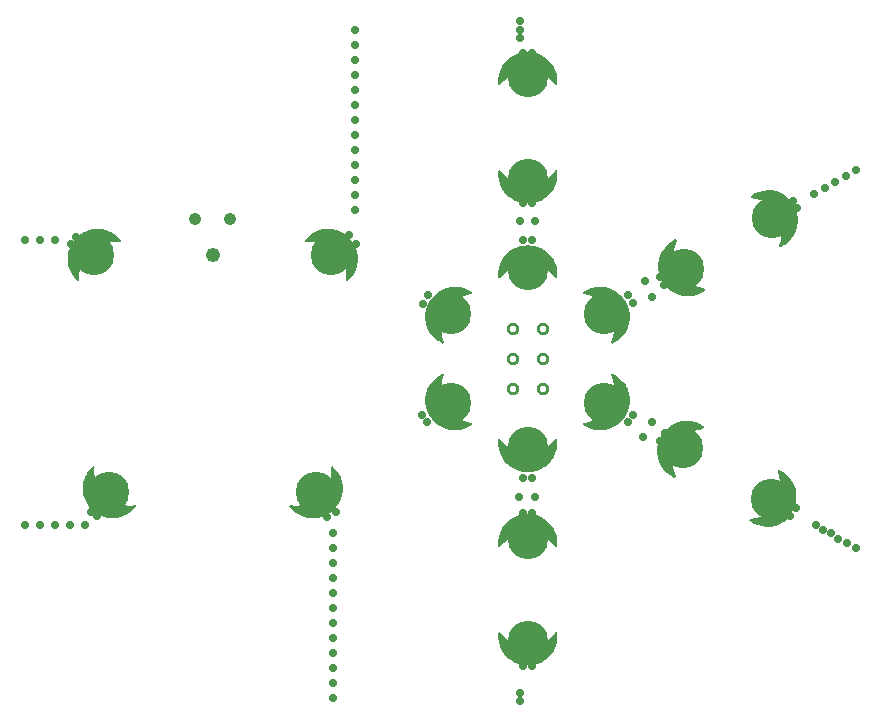
<source format=gbr>
G04 EAGLE Gerber RS-274X export*
G75*
%MOMM*%
%FSLAX34Y34*%
%LPD*%
%INSoldermask Bottom*%
%IPPOS*%
%AMOC8*
5,1,8,0,0,1.08239X$1,22.5*%
G01*
%ADD10C,0.711200*%
%ADD11C,0.254000*%
%ADD12C,3.419200*%
%ADD13C,1.053200*%
%ADD14C,1.219200*%

G36*
X441798Y197547D02*
X441798Y197547D01*
X441888Y197565D01*
X441952Y197568D01*
X445501Y198329D01*
X445587Y198361D01*
X445650Y198374D01*
X449041Y199669D01*
X449121Y199713D01*
X449182Y199736D01*
X452334Y201534D01*
X452348Y201545D01*
X452363Y201552D01*
X452412Y201593D01*
X452463Y201621D01*
X455304Y203881D01*
X455366Y203947D01*
X455418Y203987D01*
X457879Y206653D01*
X457931Y206728D01*
X457976Y206776D01*
X460001Y209788D01*
X460041Y209869D01*
X460078Y209923D01*
X461619Y213209D01*
X461645Y213296D01*
X461674Y213355D01*
X462694Y216838D01*
X462707Y216928D01*
X462726Y216990D01*
X463202Y220588D01*
X463201Y220680D01*
X463211Y220744D01*
X463131Y224372D01*
X463122Y224426D01*
X463123Y224480D01*
X463099Y224565D01*
X463085Y224653D01*
X463062Y224702D01*
X463048Y224754D01*
X463001Y224829D01*
X462963Y224910D01*
X462927Y224950D01*
X462899Y224996D01*
X462833Y225056D01*
X462775Y225123D01*
X462729Y225151D01*
X462689Y225188D01*
X462610Y225227D01*
X462535Y225275D01*
X462483Y225290D01*
X462434Y225314D01*
X462347Y225330D01*
X462262Y225355D01*
X462208Y225355D01*
X462155Y225365D01*
X462066Y225355D01*
X461978Y225356D01*
X461926Y225341D01*
X461872Y225335D01*
X461790Y225302D01*
X461704Y225278D01*
X461658Y225249D01*
X461608Y225229D01*
X461553Y225184D01*
X461463Y225127D01*
X461400Y225058D01*
X461349Y225016D01*
X458594Y221841D01*
X455470Y219138D01*
X451993Y216906D01*
X448235Y215192D01*
X444271Y214029D01*
X440182Y213442D01*
X436050Y213442D01*
X431961Y214029D01*
X427997Y215192D01*
X424239Y216906D01*
X420762Y219138D01*
X417638Y221841D01*
X414883Y225016D01*
X414842Y225051D01*
X414808Y225093D01*
X414735Y225144D01*
X414668Y225202D01*
X414619Y225225D01*
X414575Y225256D01*
X414491Y225284D01*
X414410Y225322D01*
X414357Y225330D01*
X414306Y225347D01*
X414217Y225352D01*
X414129Y225365D01*
X414076Y225358D01*
X414022Y225361D01*
X413935Y225340D01*
X413847Y225329D01*
X413798Y225308D01*
X413745Y225295D01*
X413668Y225251D01*
X413586Y225216D01*
X413545Y225182D01*
X413498Y225155D01*
X413436Y225092D01*
X413367Y225035D01*
X413337Y224991D01*
X413299Y224952D01*
X413257Y224874D01*
X413206Y224801D01*
X413189Y224750D01*
X413164Y224702D01*
X413150Y224632D01*
X413117Y224531D01*
X413113Y224437D01*
X413101Y224372D01*
X413021Y220744D01*
X413032Y220653D01*
X413030Y220588D01*
X413506Y216990D01*
X413530Y216902D01*
X413538Y216838D01*
X414558Y213355D01*
X414596Y213272D01*
X414613Y213209D01*
X416154Y209923D01*
X416204Y209847D01*
X416231Y209788D01*
X418256Y206776D01*
X418317Y206708D01*
X418353Y206653D01*
X420814Y203987D01*
X420885Y203929D01*
X420928Y203881D01*
X423769Y201621D01*
X423804Y201601D01*
X423825Y201581D01*
X423867Y201560D01*
X423898Y201534D01*
X427050Y199736D01*
X427135Y199702D01*
X427191Y199669D01*
X430582Y198374D01*
X430670Y198353D01*
X430731Y198329D01*
X434280Y197568D01*
X434370Y197561D01*
X434434Y197547D01*
X438057Y197336D01*
X438124Y197342D01*
X438175Y197336D01*
X441798Y197547D01*
G37*
G36*
X441832Y424967D02*
X441832Y424967D01*
X441922Y424985D01*
X441986Y424988D01*
X445535Y425749D01*
X445621Y425781D01*
X445684Y425794D01*
X449075Y427089D01*
X449155Y427133D01*
X449216Y427156D01*
X452368Y428954D01*
X452382Y428965D01*
X452397Y428972D01*
X452446Y429013D01*
X452497Y429041D01*
X455338Y431301D01*
X455400Y431367D01*
X455452Y431407D01*
X457913Y434073D01*
X457965Y434148D01*
X458010Y434196D01*
X460035Y437208D01*
X460075Y437289D01*
X460112Y437343D01*
X461653Y440629D01*
X461679Y440716D01*
X461708Y440775D01*
X462728Y444258D01*
X462741Y444348D01*
X462760Y444410D01*
X463236Y448008D01*
X463235Y448100D01*
X463245Y448164D01*
X463165Y451792D01*
X463156Y451846D01*
X463157Y451900D01*
X463133Y451985D01*
X463119Y452073D01*
X463096Y452122D01*
X463082Y452174D01*
X463035Y452249D01*
X462997Y452330D01*
X462961Y452370D01*
X462933Y452416D01*
X462867Y452476D01*
X462809Y452543D01*
X462763Y452571D01*
X462723Y452608D01*
X462644Y452647D01*
X462569Y452695D01*
X462517Y452710D01*
X462468Y452734D01*
X462381Y452750D01*
X462296Y452775D01*
X462242Y452775D01*
X462189Y452785D01*
X462100Y452775D01*
X462012Y452776D01*
X461960Y452761D01*
X461906Y452755D01*
X461824Y452722D01*
X461738Y452698D01*
X461692Y452669D01*
X461642Y452649D01*
X461587Y452604D01*
X461497Y452547D01*
X461434Y452478D01*
X461383Y452436D01*
X458628Y449261D01*
X455504Y446558D01*
X452027Y444326D01*
X448269Y442612D01*
X444305Y441449D01*
X440216Y440862D01*
X436084Y440862D01*
X431995Y441449D01*
X428031Y442612D01*
X424273Y444326D01*
X420796Y446558D01*
X417672Y449261D01*
X414917Y452436D01*
X414876Y452471D01*
X414842Y452513D01*
X414769Y452564D01*
X414702Y452622D01*
X414653Y452645D01*
X414609Y452676D01*
X414525Y452704D01*
X414444Y452742D01*
X414391Y452750D01*
X414340Y452767D01*
X414251Y452772D01*
X414163Y452785D01*
X414110Y452778D01*
X414056Y452781D01*
X413969Y452760D01*
X413881Y452749D01*
X413832Y452728D01*
X413779Y452715D01*
X413702Y452671D01*
X413620Y452636D01*
X413579Y452602D01*
X413532Y452575D01*
X413470Y452512D01*
X413401Y452455D01*
X413371Y452411D01*
X413333Y452372D01*
X413291Y452294D01*
X413240Y452221D01*
X413223Y452170D01*
X413198Y452122D01*
X413184Y452052D01*
X413151Y451951D01*
X413147Y451857D01*
X413135Y451792D01*
X413055Y448164D01*
X413066Y448073D01*
X413064Y448008D01*
X413540Y444410D01*
X413564Y444322D01*
X413572Y444258D01*
X414592Y440775D01*
X414630Y440692D01*
X414647Y440629D01*
X416188Y437343D01*
X416238Y437267D01*
X416265Y437208D01*
X418290Y434196D01*
X418351Y434128D01*
X418387Y434073D01*
X420848Y431407D01*
X420919Y431349D01*
X420962Y431301D01*
X423803Y429041D01*
X423838Y429021D01*
X423859Y429001D01*
X423901Y428980D01*
X423932Y428954D01*
X427084Y427156D01*
X427169Y427122D01*
X427225Y427089D01*
X430616Y425794D01*
X430704Y425773D01*
X430765Y425749D01*
X434314Y424988D01*
X434404Y424981D01*
X434468Y424967D01*
X438091Y424756D01*
X438158Y424762D01*
X438209Y424756D01*
X441832Y424967D01*
G37*
G36*
X441832Y33807D02*
X441832Y33807D01*
X441922Y33825D01*
X441986Y33828D01*
X445535Y34589D01*
X445621Y34621D01*
X445684Y34634D01*
X449075Y35929D01*
X449155Y35973D01*
X449216Y35996D01*
X452368Y37794D01*
X452382Y37805D01*
X452397Y37812D01*
X452446Y37853D01*
X452497Y37881D01*
X455338Y40141D01*
X455400Y40207D01*
X455452Y40247D01*
X457913Y42913D01*
X457965Y42988D01*
X458010Y43036D01*
X460035Y46048D01*
X460075Y46129D01*
X460112Y46183D01*
X461653Y49469D01*
X461679Y49556D01*
X461708Y49615D01*
X462728Y53098D01*
X462741Y53188D01*
X462760Y53250D01*
X463236Y56848D01*
X463235Y56940D01*
X463245Y57004D01*
X463165Y60632D01*
X463156Y60686D01*
X463157Y60740D01*
X463133Y60825D01*
X463119Y60913D01*
X463096Y60962D01*
X463082Y61014D01*
X463035Y61089D01*
X462997Y61170D01*
X462961Y61210D01*
X462933Y61256D01*
X462867Y61316D01*
X462809Y61383D01*
X462763Y61411D01*
X462723Y61448D01*
X462644Y61487D01*
X462569Y61535D01*
X462517Y61550D01*
X462468Y61574D01*
X462381Y61590D01*
X462296Y61615D01*
X462242Y61615D01*
X462189Y61625D01*
X462100Y61615D01*
X462012Y61616D01*
X461960Y61601D01*
X461906Y61595D01*
X461824Y61562D01*
X461738Y61538D01*
X461692Y61509D01*
X461642Y61489D01*
X461587Y61444D01*
X461497Y61387D01*
X461434Y61318D01*
X461383Y61276D01*
X458628Y58101D01*
X455504Y55398D01*
X452027Y53166D01*
X448269Y51452D01*
X444305Y50289D01*
X440216Y49702D01*
X436084Y49702D01*
X431995Y50289D01*
X428031Y51452D01*
X424273Y53166D01*
X420796Y55398D01*
X417672Y58101D01*
X414917Y61276D01*
X414876Y61311D01*
X414842Y61353D01*
X414769Y61404D01*
X414702Y61462D01*
X414653Y61485D01*
X414609Y61516D01*
X414525Y61544D01*
X414444Y61582D01*
X414391Y61590D01*
X414340Y61607D01*
X414251Y61612D01*
X414163Y61625D01*
X414110Y61618D01*
X414056Y61621D01*
X413969Y61600D01*
X413881Y61589D01*
X413832Y61568D01*
X413779Y61555D01*
X413702Y61511D01*
X413620Y61476D01*
X413579Y61442D01*
X413532Y61415D01*
X413470Y61352D01*
X413401Y61295D01*
X413371Y61251D01*
X413333Y61212D01*
X413291Y61134D01*
X413240Y61061D01*
X413223Y61010D01*
X413198Y60962D01*
X413184Y60892D01*
X413151Y60791D01*
X413147Y60697D01*
X413135Y60632D01*
X413055Y57004D01*
X413066Y56913D01*
X413064Y56848D01*
X413540Y53250D01*
X413564Y53162D01*
X413572Y53098D01*
X414592Y49615D01*
X414630Y49532D01*
X414647Y49469D01*
X416188Y46183D01*
X416238Y46107D01*
X416265Y46048D01*
X418290Y43036D01*
X418351Y42968D01*
X418387Y42913D01*
X420848Y40247D01*
X420919Y40189D01*
X420962Y40141D01*
X423803Y37881D01*
X423838Y37861D01*
X423859Y37841D01*
X423901Y37820D01*
X423932Y37794D01*
X427084Y35996D01*
X427169Y35962D01*
X427225Y35929D01*
X430616Y34634D01*
X430704Y34613D01*
X430765Y34589D01*
X434314Y33828D01*
X434404Y33821D01*
X434468Y33807D01*
X438091Y33596D01*
X438158Y33602D01*
X438209Y33596D01*
X441832Y33807D01*
G37*
G36*
X462190Y525122D02*
X462190Y525122D01*
X462244Y525119D01*
X462331Y525140D01*
X462419Y525151D01*
X462468Y525172D01*
X462521Y525185D01*
X462598Y525229D01*
X462680Y525264D01*
X462721Y525298D01*
X462768Y525325D01*
X462830Y525388D01*
X462899Y525445D01*
X462930Y525489D01*
X462967Y525528D01*
X463010Y525606D01*
X463060Y525679D01*
X463077Y525730D01*
X463102Y525778D01*
X463116Y525848D01*
X463149Y525949D01*
X463153Y526043D01*
X463165Y526108D01*
X463245Y529736D01*
X463234Y529827D01*
X463236Y529892D01*
X462760Y533490D01*
X462736Y533578D01*
X462728Y533642D01*
X461708Y537125D01*
X461670Y537208D01*
X461653Y537271D01*
X460112Y540557D01*
X460062Y540633D01*
X460035Y540692D01*
X458010Y543704D01*
X457949Y543772D01*
X457913Y543827D01*
X455452Y546494D01*
X455381Y546551D01*
X455338Y546599D01*
X452497Y548859D01*
X452418Y548905D01*
X452368Y548946D01*
X449216Y550744D01*
X449131Y550778D01*
X449075Y550811D01*
X445684Y552106D01*
X445596Y552127D01*
X445535Y552151D01*
X441986Y552912D01*
X441896Y552919D01*
X441832Y552933D01*
X438209Y553144D01*
X438142Y553138D01*
X438091Y553144D01*
X434468Y552933D01*
X434379Y552915D01*
X434314Y552912D01*
X430765Y552151D01*
X430679Y552119D01*
X430616Y552106D01*
X427225Y550811D01*
X427146Y550767D01*
X427084Y550744D01*
X423932Y548946D01*
X423860Y548890D01*
X423803Y548859D01*
X420962Y546599D01*
X420900Y546533D01*
X420848Y546494D01*
X418387Y543827D01*
X418335Y543752D01*
X418290Y543704D01*
X416265Y540692D01*
X416225Y540611D01*
X416188Y540557D01*
X414647Y537271D01*
X414621Y537184D01*
X414592Y537125D01*
X413572Y533642D01*
X413559Y533552D01*
X413540Y533490D01*
X413064Y529892D01*
X413065Y529801D01*
X413055Y529736D01*
X413135Y526108D01*
X413144Y526054D01*
X413143Y526000D01*
X413167Y525915D01*
X413181Y525827D01*
X413204Y525778D01*
X413218Y525726D01*
X413265Y525651D01*
X413303Y525570D01*
X413339Y525530D01*
X413367Y525484D01*
X413433Y525424D01*
X413491Y525357D01*
X413537Y525329D01*
X413577Y525292D01*
X413656Y525253D01*
X413731Y525205D01*
X413783Y525190D01*
X413832Y525166D01*
X413919Y525150D01*
X414004Y525125D01*
X414058Y525125D01*
X414111Y525116D01*
X414200Y525125D01*
X414288Y525124D01*
X414340Y525139D01*
X414394Y525145D01*
X414477Y525178D01*
X414562Y525202D01*
X414608Y525231D01*
X414658Y525251D01*
X414713Y525296D01*
X414803Y525353D01*
X414866Y525422D01*
X414917Y525465D01*
X417672Y528639D01*
X420796Y531342D01*
X424273Y533574D01*
X428031Y535288D01*
X431995Y536451D01*
X436084Y537038D01*
X440216Y537038D01*
X444305Y536451D01*
X448269Y535288D01*
X452027Y533574D01*
X455504Y531342D01*
X458628Y528639D01*
X461383Y525465D01*
X461424Y525429D01*
X461458Y525387D01*
X461531Y525336D01*
X461598Y525278D01*
X461647Y525255D01*
X461691Y525224D01*
X461775Y525196D01*
X461856Y525158D01*
X461909Y525150D01*
X461960Y525133D01*
X462049Y525128D01*
X462137Y525115D01*
X462190Y525122D01*
G37*
G36*
X462190Y361292D02*
X462190Y361292D01*
X462244Y361289D01*
X462331Y361310D01*
X462419Y361321D01*
X462468Y361342D01*
X462521Y361355D01*
X462598Y361399D01*
X462680Y361434D01*
X462721Y361468D01*
X462768Y361495D01*
X462830Y361558D01*
X462899Y361615D01*
X462930Y361659D01*
X462967Y361698D01*
X463010Y361776D01*
X463060Y361849D01*
X463077Y361900D01*
X463102Y361948D01*
X463116Y362018D01*
X463149Y362119D01*
X463153Y362213D01*
X463165Y362278D01*
X463245Y365906D01*
X463234Y365997D01*
X463236Y366062D01*
X462760Y369660D01*
X462736Y369748D01*
X462728Y369812D01*
X461708Y373295D01*
X461670Y373378D01*
X461653Y373441D01*
X460112Y376727D01*
X460062Y376803D01*
X460035Y376862D01*
X458010Y379874D01*
X457949Y379942D01*
X457913Y379997D01*
X455452Y382664D01*
X455381Y382721D01*
X455338Y382769D01*
X452497Y385029D01*
X452418Y385075D01*
X452368Y385116D01*
X449216Y386914D01*
X449131Y386948D01*
X449075Y386981D01*
X445684Y388276D01*
X445596Y388297D01*
X445535Y388321D01*
X441986Y389082D01*
X441896Y389089D01*
X441832Y389103D01*
X438209Y389314D01*
X438142Y389308D01*
X438091Y389314D01*
X434468Y389103D01*
X434379Y389085D01*
X434314Y389082D01*
X430765Y388321D01*
X430679Y388289D01*
X430616Y388276D01*
X427225Y386981D01*
X427146Y386937D01*
X427084Y386914D01*
X423932Y385116D01*
X423860Y385060D01*
X423803Y385029D01*
X420962Y382769D01*
X420900Y382703D01*
X420848Y382664D01*
X418387Y379997D01*
X418335Y379922D01*
X418290Y379874D01*
X416265Y376862D01*
X416225Y376781D01*
X416188Y376727D01*
X414647Y373441D01*
X414621Y373354D01*
X414592Y373295D01*
X413572Y369812D01*
X413559Y369722D01*
X413540Y369660D01*
X413064Y366062D01*
X413065Y365971D01*
X413055Y365906D01*
X413135Y362278D01*
X413144Y362224D01*
X413143Y362170D01*
X413167Y362085D01*
X413181Y361997D01*
X413204Y361948D01*
X413218Y361896D01*
X413265Y361821D01*
X413303Y361740D01*
X413339Y361700D01*
X413367Y361654D01*
X413433Y361594D01*
X413491Y361527D01*
X413537Y361499D01*
X413577Y361462D01*
X413656Y361423D01*
X413731Y361375D01*
X413783Y361360D01*
X413832Y361336D01*
X413919Y361320D01*
X414004Y361295D01*
X414058Y361295D01*
X414111Y361286D01*
X414200Y361295D01*
X414288Y361294D01*
X414340Y361309D01*
X414394Y361315D01*
X414477Y361348D01*
X414562Y361372D01*
X414608Y361401D01*
X414658Y361421D01*
X414713Y361466D01*
X414803Y361523D01*
X414866Y361592D01*
X414917Y361635D01*
X417672Y364809D01*
X420796Y367512D01*
X424273Y369744D01*
X428031Y371458D01*
X431995Y372621D01*
X436084Y373208D01*
X440216Y373208D01*
X444305Y372621D01*
X448269Y371458D01*
X452027Y369744D01*
X455504Y367512D01*
X458628Y364809D01*
X461383Y361635D01*
X461424Y361599D01*
X461458Y361557D01*
X461531Y361506D01*
X461598Y361448D01*
X461647Y361425D01*
X461691Y361394D01*
X461775Y361366D01*
X461856Y361328D01*
X461909Y361320D01*
X461960Y361303D01*
X462049Y361298D01*
X462137Y361285D01*
X462190Y361292D01*
G37*
G36*
X462190Y133962D02*
X462190Y133962D01*
X462244Y133959D01*
X462331Y133980D01*
X462419Y133991D01*
X462468Y134012D01*
X462521Y134025D01*
X462598Y134069D01*
X462680Y134104D01*
X462721Y134138D01*
X462768Y134165D01*
X462830Y134228D01*
X462899Y134285D01*
X462930Y134329D01*
X462967Y134368D01*
X463010Y134446D01*
X463060Y134519D01*
X463077Y134570D01*
X463102Y134618D01*
X463116Y134688D01*
X463149Y134789D01*
X463153Y134883D01*
X463165Y134948D01*
X463245Y138576D01*
X463234Y138667D01*
X463236Y138732D01*
X462760Y142330D01*
X462736Y142418D01*
X462728Y142482D01*
X461708Y145965D01*
X461670Y146048D01*
X461653Y146111D01*
X460112Y149397D01*
X460062Y149473D01*
X460035Y149532D01*
X458010Y152544D01*
X457949Y152612D01*
X457913Y152667D01*
X455452Y155334D01*
X455381Y155391D01*
X455338Y155439D01*
X452497Y157699D01*
X452418Y157745D01*
X452368Y157786D01*
X449216Y159584D01*
X449131Y159618D01*
X449075Y159651D01*
X445684Y160946D01*
X445596Y160967D01*
X445535Y160991D01*
X441986Y161752D01*
X441896Y161759D01*
X441832Y161773D01*
X438209Y161984D01*
X438142Y161978D01*
X438091Y161984D01*
X434468Y161773D01*
X434379Y161755D01*
X434314Y161752D01*
X430765Y160991D01*
X430679Y160959D01*
X430616Y160946D01*
X427225Y159651D01*
X427146Y159607D01*
X427084Y159584D01*
X423932Y157786D01*
X423860Y157730D01*
X423803Y157699D01*
X420962Y155439D01*
X420900Y155373D01*
X420848Y155334D01*
X418387Y152667D01*
X418335Y152592D01*
X418290Y152544D01*
X416265Y149532D01*
X416225Y149451D01*
X416188Y149397D01*
X414647Y146111D01*
X414621Y146024D01*
X414592Y145965D01*
X413572Y142482D01*
X413559Y142392D01*
X413540Y142330D01*
X413064Y138732D01*
X413065Y138641D01*
X413055Y138576D01*
X413135Y134948D01*
X413144Y134894D01*
X413143Y134840D01*
X413167Y134755D01*
X413181Y134667D01*
X413204Y134618D01*
X413218Y134566D01*
X413265Y134491D01*
X413303Y134410D01*
X413339Y134370D01*
X413367Y134324D01*
X413433Y134264D01*
X413491Y134197D01*
X413537Y134169D01*
X413577Y134132D01*
X413656Y134093D01*
X413731Y134045D01*
X413783Y134030D01*
X413832Y134006D01*
X413919Y133990D01*
X414004Y133965D01*
X414058Y133965D01*
X414111Y133956D01*
X414200Y133965D01*
X414288Y133964D01*
X414340Y133979D01*
X414394Y133985D01*
X414477Y134018D01*
X414562Y134042D01*
X414608Y134071D01*
X414658Y134091D01*
X414713Y134136D01*
X414803Y134193D01*
X414866Y134262D01*
X414917Y134305D01*
X417672Y137479D01*
X420796Y140182D01*
X424273Y142414D01*
X428031Y144128D01*
X431995Y145291D01*
X436084Y145878D01*
X440216Y145878D01*
X444305Y145291D01*
X448269Y144128D01*
X452027Y142414D01*
X455504Y140182D01*
X458628Y137479D01*
X461383Y134305D01*
X461424Y134269D01*
X461458Y134227D01*
X461531Y134176D01*
X461598Y134118D01*
X461647Y134095D01*
X461691Y134064D01*
X461775Y134036D01*
X461856Y133998D01*
X461909Y133990D01*
X461960Y133973D01*
X462049Y133968D01*
X462137Y133955D01*
X462190Y133962D01*
G37*
G36*
X285374Y359244D02*
X285374Y359244D01*
X285427Y359246D01*
X285512Y359274D01*
X285598Y359294D01*
X285646Y359320D01*
X285697Y359337D01*
X285755Y359379D01*
X285848Y359430D01*
X285914Y359496D01*
X285968Y359535D01*
X288501Y362135D01*
X288554Y362208D01*
X288600Y362254D01*
X290706Y365210D01*
X290748Y365291D01*
X290787Y365344D01*
X292416Y368587D01*
X292445Y368673D01*
X292475Y368731D01*
X293589Y372185D01*
X293605Y372275D01*
X293625Y372337D01*
X294198Y375921D01*
X294200Y376011D01*
X294211Y376076D01*
X294230Y379705D01*
X294217Y379795D01*
X294218Y379860D01*
X293682Y383450D01*
X293656Y383537D01*
X293647Y383602D01*
X292568Y387067D01*
X292529Y387149D01*
X292510Y387212D01*
X290914Y390471D01*
X290863Y390547D01*
X290835Y390605D01*
X288759Y393583D01*
X288697Y393649D01*
X288661Y393703D01*
X286154Y396328D01*
X286102Y396370D01*
X286068Y396408D01*
X283275Y398726D01*
X283197Y398774D01*
X283148Y398816D01*
X280033Y400679D01*
X279949Y400714D01*
X279894Y400748D01*
X276530Y402113D01*
X276442Y402135D01*
X276382Y402160D01*
X272850Y402995D01*
X272759Y403003D01*
X272696Y403019D01*
X269078Y403304D01*
X268987Y403299D01*
X268922Y403304D01*
X265303Y403033D01*
X265214Y403013D01*
X265149Y403009D01*
X261614Y402188D01*
X261529Y402155D01*
X261465Y402141D01*
X258097Y400789D01*
X258018Y400743D01*
X257958Y400720D01*
X254836Y398868D01*
X254765Y398811D01*
X254709Y398779D01*
X251907Y396472D01*
X251845Y396405D01*
X251794Y396364D01*
X250968Y395438D01*
X250062Y394423D01*
X249378Y393656D01*
X249348Y393611D01*
X249311Y393572D01*
X249270Y393493D01*
X249220Y393419D01*
X249204Y393368D01*
X249179Y393320D01*
X249161Y393233D01*
X249134Y393148D01*
X249133Y393094D01*
X249122Y393041D01*
X249129Y392953D01*
X249127Y392864D01*
X249140Y392812D01*
X249145Y392758D01*
X249176Y392675D01*
X249199Y392589D01*
X249226Y392543D01*
X249245Y392492D01*
X249298Y392421D01*
X249344Y392344D01*
X249383Y392308D01*
X249415Y392264D01*
X249486Y392211D01*
X249551Y392150D01*
X249599Y392125D01*
X249642Y392093D01*
X249725Y392061D01*
X249804Y392020D01*
X249857Y392010D01*
X249907Y391991D01*
X249979Y391986D01*
X250083Y391966D01*
X250176Y391974D01*
X250242Y391970D01*
X254422Y392413D01*
X258551Y392259D01*
X262615Y391520D01*
X266534Y390211D01*
X270226Y388358D01*
X273617Y385999D01*
X276638Y383181D01*
X279228Y379963D01*
X281334Y376409D01*
X282914Y372592D01*
X283935Y368589D01*
X284376Y364481D01*
X284226Y360280D01*
X284232Y360226D01*
X284228Y360173D01*
X284246Y360086D01*
X284256Y359997D01*
X284276Y359947D01*
X284287Y359895D01*
X284329Y359816D01*
X284363Y359734D01*
X284396Y359691D01*
X284421Y359644D01*
X284483Y359580D01*
X284538Y359511D01*
X284582Y359479D01*
X284620Y359440D01*
X284697Y359396D01*
X284769Y359345D01*
X284820Y359327D01*
X284867Y359300D01*
X284953Y359279D01*
X285037Y359249D01*
X285091Y359246D01*
X285143Y359233D01*
X285232Y359237D01*
X285321Y359232D01*
X285374Y359244D01*
G37*
G36*
X57758Y359240D02*
X57758Y359240D01*
X57812Y359240D01*
X57897Y359266D01*
X57984Y359282D01*
X58032Y359306D01*
X58084Y359322D01*
X58159Y359370D01*
X58238Y359410D01*
X58278Y359446D01*
X58323Y359476D01*
X58382Y359542D01*
X58447Y359603D01*
X58475Y359649D01*
X58510Y359690D01*
X58548Y359770D01*
X58594Y359846D01*
X58608Y359898D01*
X58630Y359947D01*
X58640Y360018D01*
X58667Y360121D01*
X58665Y360214D01*
X58674Y360280D01*
X58524Y364481D01*
X58965Y368589D01*
X59986Y372592D01*
X61566Y376409D01*
X63672Y379963D01*
X66262Y383181D01*
X69283Y385999D01*
X72674Y388358D01*
X76366Y390211D01*
X80285Y391520D01*
X84349Y392259D01*
X88478Y392413D01*
X92658Y391970D01*
X92712Y391972D01*
X92765Y391965D01*
X92853Y391977D01*
X92942Y391980D01*
X92993Y391997D01*
X93047Y392005D01*
X93127Y392041D01*
X93212Y392068D01*
X93257Y392099D01*
X93306Y392121D01*
X93374Y392178D01*
X93447Y392228D01*
X93481Y392270D01*
X93523Y392305D01*
X93572Y392379D01*
X93629Y392447D01*
X93650Y392497D01*
X93680Y392541D01*
X93707Y392626D01*
X93743Y392707D01*
X93750Y392761D01*
X93766Y392813D01*
X93768Y392901D01*
X93780Y392989D01*
X93772Y393043D01*
X93773Y393097D01*
X93751Y393183D01*
X93737Y393270D01*
X93715Y393320D01*
X93701Y393372D01*
X93663Y393432D01*
X93619Y393529D01*
X93557Y393600D01*
X93522Y393656D01*
X91106Y396364D01*
X91036Y396423D01*
X90993Y396472D01*
X88191Y398779D01*
X88114Y398826D01*
X88064Y398868D01*
X84942Y400720D01*
X84858Y400755D01*
X84803Y400789D01*
X81435Y402141D01*
X81346Y402163D01*
X81286Y402188D01*
X77751Y403009D01*
X77660Y403017D01*
X77597Y403033D01*
X73978Y403304D01*
X73887Y403299D01*
X73822Y403304D01*
X70204Y403019D01*
X70115Y402999D01*
X70050Y402995D01*
X66518Y402160D01*
X66433Y402127D01*
X66370Y402113D01*
X63006Y400748D01*
X62928Y400702D01*
X62867Y400679D01*
X59752Y398816D01*
X59681Y398758D01*
X59625Y398726D01*
X56832Y396408D01*
X56787Y396359D01*
X56746Y396328D01*
X54239Y393703D01*
X54186Y393629D01*
X54141Y393583D01*
X52065Y390605D01*
X52024Y390524D01*
X51986Y390471D01*
X50390Y387212D01*
X50362Y387125D01*
X50332Y387067D01*
X49253Y383602D01*
X49238Y383512D01*
X49218Y383450D01*
X48682Y379860D01*
X48681Y379769D01*
X48670Y379705D01*
X48689Y376076D01*
X48702Y375985D01*
X48702Y375921D01*
X49275Y372337D01*
X49302Y372250D01*
X49311Y372185D01*
X50425Y368731D01*
X50465Y368649D01*
X50484Y368587D01*
X52113Y365344D01*
X52165Y365269D01*
X52194Y365210D01*
X54300Y362254D01*
X54362Y362188D01*
X54399Y362135D01*
X56932Y359535D01*
X56975Y359502D01*
X57011Y359462D01*
X57087Y359416D01*
X57157Y359362D01*
X57208Y359342D01*
X57254Y359313D01*
X57339Y359290D01*
X57422Y359257D01*
X57475Y359252D01*
X57527Y359237D01*
X57616Y359238D01*
X57705Y359230D01*
X57758Y359240D01*
G37*
G36*
X256313Y158041D02*
X256313Y158041D01*
X256378Y158036D01*
X259996Y158321D01*
X260085Y158341D01*
X260150Y158345D01*
X263682Y159180D01*
X263767Y159213D01*
X263830Y159227D01*
X267194Y160592D01*
X267272Y160638D01*
X267333Y160661D01*
X270448Y162524D01*
X270519Y162582D01*
X270575Y162614D01*
X273368Y164932D01*
X273413Y164981D01*
X273454Y165012D01*
X275961Y167637D01*
X276014Y167711D01*
X276059Y167757D01*
X278135Y170735D01*
X278176Y170816D01*
X278214Y170869D01*
X279810Y174128D01*
X279838Y174215D01*
X279868Y174273D01*
X280947Y177738D01*
X280962Y177828D01*
X280982Y177890D01*
X281518Y181480D01*
X281519Y181571D01*
X281530Y181635D01*
X281511Y185264D01*
X281498Y185355D01*
X281498Y185419D01*
X280925Y189003D01*
X280898Y189090D01*
X280889Y189155D01*
X279775Y192609D01*
X279735Y192691D01*
X279716Y192753D01*
X278087Y195996D01*
X278035Y196071D01*
X278006Y196130D01*
X275900Y199086D01*
X275838Y199152D01*
X275801Y199205D01*
X273268Y201805D01*
X273225Y201838D01*
X273189Y201878D01*
X273113Y201924D01*
X273043Y201978D01*
X272992Y201998D01*
X272946Y202027D01*
X272861Y202050D01*
X272778Y202083D01*
X272725Y202088D01*
X272673Y202103D01*
X272584Y202102D01*
X272495Y202110D01*
X272442Y202100D01*
X272388Y202100D01*
X272303Y202074D01*
X272216Y202058D01*
X272168Y202034D01*
X272116Y202018D01*
X272041Y201970D01*
X271962Y201930D01*
X271922Y201894D01*
X271877Y201864D01*
X271818Y201798D01*
X271753Y201737D01*
X271725Y201691D01*
X271690Y201650D01*
X271652Y201570D01*
X271606Y201494D01*
X271592Y201442D01*
X271570Y201393D01*
X271560Y201322D01*
X271533Y201219D01*
X271535Y201126D01*
X271526Y201060D01*
X271676Y196859D01*
X271235Y192751D01*
X270214Y188748D01*
X268634Y184931D01*
X266528Y181377D01*
X263938Y178159D01*
X260917Y175341D01*
X257526Y172982D01*
X253834Y171129D01*
X249915Y169820D01*
X245851Y169081D01*
X241722Y168927D01*
X237542Y169370D01*
X237488Y169368D01*
X237435Y169375D01*
X237347Y169363D01*
X237258Y169360D01*
X237207Y169343D01*
X237153Y169335D01*
X237073Y169299D01*
X236988Y169272D01*
X236943Y169241D01*
X236894Y169219D01*
X236826Y169162D01*
X236753Y169112D01*
X236719Y169070D01*
X236677Y169035D01*
X236628Y168961D01*
X236571Y168893D01*
X236550Y168843D01*
X236520Y168799D01*
X236493Y168714D01*
X236457Y168633D01*
X236450Y168579D01*
X236434Y168527D01*
X236432Y168439D01*
X236420Y168351D01*
X236428Y168297D01*
X236427Y168243D01*
X236449Y168157D01*
X236463Y168070D01*
X236485Y168020D01*
X236499Y167968D01*
X236537Y167908D01*
X236581Y167811D01*
X236643Y167740D01*
X236678Y167684D01*
X239094Y164976D01*
X239164Y164917D01*
X239207Y164868D01*
X242009Y162561D01*
X242086Y162514D01*
X242136Y162472D01*
X245258Y160620D01*
X245342Y160585D01*
X245397Y160551D01*
X248765Y159199D01*
X248854Y159177D01*
X248914Y159152D01*
X252449Y158331D01*
X252540Y158323D01*
X252603Y158307D01*
X256222Y158036D01*
X256313Y158041D01*
G37*
G36*
X90297Y158307D02*
X90297Y158307D01*
X90386Y158327D01*
X90451Y158331D01*
X93986Y159152D01*
X94071Y159185D01*
X94135Y159199D01*
X97503Y160551D01*
X97582Y160597D01*
X97642Y160620D01*
X100764Y162472D01*
X100835Y162529D01*
X100891Y162561D01*
X103693Y164868D01*
X103755Y164935D01*
X103806Y164976D01*
X104254Y165479D01*
X104255Y165479D01*
X105160Y166494D01*
X105161Y166495D01*
X106066Y167510D01*
X106222Y167684D01*
X106252Y167729D01*
X106289Y167768D01*
X106330Y167847D01*
X106380Y167921D01*
X106396Y167972D01*
X106421Y168020D01*
X106439Y168107D01*
X106466Y168192D01*
X106467Y168246D01*
X106478Y168299D01*
X106471Y168387D01*
X106473Y168476D01*
X106460Y168528D01*
X106455Y168582D01*
X106424Y168665D01*
X106401Y168751D01*
X106374Y168797D01*
X106355Y168848D01*
X106302Y168919D01*
X106256Y168996D01*
X106217Y169032D01*
X106185Y169076D01*
X106114Y169129D01*
X106049Y169190D01*
X106001Y169215D01*
X105958Y169247D01*
X105875Y169279D01*
X105796Y169320D01*
X105743Y169330D01*
X105693Y169349D01*
X105621Y169354D01*
X105517Y169374D01*
X105424Y169366D01*
X105358Y169370D01*
X101178Y168927D01*
X97049Y169081D01*
X92985Y169820D01*
X89066Y171129D01*
X85374Y172982D01*
X81983Y175341D01*
X78962Y178159D01*
X76372Y181377D01*
X74266Y184931D01*
X72686Y188748D01*
X71665Y192751D01*
X71224Y196859D01*
X71374Y201060D01*
X71368Y201114D01*
X71372Y201167D01*
X71354Y201254D01*
X71344Y201343D01*
X71324Y201393D01*
X71313Y201445D01*
X71271Y201524D01*
X71237Y201606D01*
X71204Y201649D01*
X71179Y201696D01*
X71117Y201760D01*
X71062Y201829D01*
X71018Y201861D01*
X70980Y201900D01*
X70903Y201944D01*
X70831Y201995D01*
X70780Y202013D01*
X70733Y202040D01*
X70647Y202061D01*
X70563Y202091D01*
X70509Y202094D01*
X70457Y202107D01*
X70368Y202103D01*
X70279Y202108D01*
X70226Y202096D01*
X70173Y202094D01*
X70088Y202066D01*
X70002Y202046D01*
X69954Y202020D01*
X69903Y202003D01*
X69845Y201961D01*
X69752Y201910D01*
X69686Y201844D01*
X69632Y201805D01*
X67099Y199205D01*
X67046Y199132D01*
X67000Y199086D01*
X64894Y196130D01*
X64852Y196049D01*
X64813Y195996D01*
X63184Y192753D01*
X63155Y192667D01*
X63125Y192609D01*
X62011Y189155D01*
X61995Y189065D01*
X61975Y189003D01*
X61402Y185419D01*
X61400Y185329D01*
X61389Y185264D01*
X61370Y181635D01*
X61383Y181545D01*
X61382Y181480D01*
X61918Y177890D01*
X61944Y177803D01*
X61953Y177738D01*
X63032Y174273D01*
X63071Y174191D01*
X63090Y174128D01*
X64686Y170869D01*
X64737Y170793D01*
X64765Y170735D01*
X66841Y167757D01*
X66903Y167691D01*
X66939Y167637D01*
X69446Y165012D01*
X69498Y164970D01*
X69532Y164932D01*
X72325Y162614D01*
X72403Y162566D01*
X72452Y162524D01*
X75567Y160661D01*
X75651Y160626D01*
X75706Y160592D01*
X79070Y159227D01*
X79158Y159205D01*
X79218Y159180D01*
X82750Y158345D01*
X82841Y158337D01*
X82904Y158321D01*
X86522Y158036D01*
X86613Y158041D01*
X86678Y158036D01*
X90297Y158307D01*
G37*
G36*
X510011Y306118D02*
X510011Y306118D01*
X510065Y306120D01*
X510133Y306143D01*
X510237Y306165D01*
X510319Y306208D01*
X510382Y306230D01*
X513564Y307975D01*
X513637Y308030D01*
X513695Y308061D01*
X516573Y310272D01*
X516637Y310337D01*
X516689Y310376D01*
X519195Y313001D01*
X519248Y313075D01*
X519293Y313122D01*
X521369Y316099D01*
X521410Y316180D01*
X521448Y316233D01*
X523044Y319493D01*
X523072Y319580D01*
X523101Y319638D01*
X524180Y323103D01*
X524191Y323170D01*
X524199Y323197D01*
X524200Y323208D01*
X524215Y323255D01*
X524751Y326844D01*
X524752Y326935D01*
X524762Y327000D01*
X524743Y330629D01*
X524730Y330719D01*
X524731Y330784D01*
X524157Y334368D01*
X524130Y334455D01*
X524121Y334520D01*
X523006Y337974D01*
X522966Y338056D01*
X522947Y338118D01*
X521318Y341361D01*
X521280Y341416D01*
X521259Y341463D01*
X519265Y344495D01*
X519205Y344564D01*
X519170Y344619D01*
X516736Y347311D01*
X516666Y347369D01*
X516623Y347418D01*
X513806Y349707D01*
X513728Y349754D01*
X513678Y349795D01*
X510544Y351626D01*
X510460Y351661D01*
X510404Y351694D01*
X507027Y353025D01*
X506939Y353046D01*
X506878Y353070D01*
X503338Y353869D01*
X503247Y353876D01*
X503184Y353891D01*
X499563Y354139D01*
X499472Y354133D01*
X499407Y354138D01*
X495791Y353829D01*
X495702Y353809D01*
X495637Y353804D01*
X492111Y352946D01*
X492026Y352913D01*
X491963Y352898D01*
X488608Y351511D01*
X488530Y351465D01*
X488470Y351441D01*
X485367Y349557D01*
X485325Y349523D01*
X485278Y349497D01*
X485216Y349434D01*
X485147Y349377D01*
X485116Y349333D01*
X485078Y349294D01*
X485036Y349217D01*
X484986Y349143D01*
X484968Y349092D01*
X484943Y349045D01*
X484924Y348958D01*
X484895Y348874D01*
X484893Y348820D01*
X484882Y348767D01*
X484887Y348678D01*
X484884Y348590D01*
X484896Y348537D01*
X484900Y348483D01*
X484930Y348400D01*
X484951Y348314D01*
X484978Y348267D01*
X484996Y348216D01*
X485048Y348144D01*
X485092Y348067D01*
X485131Y348029D01*
X485162Y347985D01*
X485232Y347931D01*
X485296Y347869D01*
X485344Y347844D01*
X485386Y347810D01*
X485453Y347785D01*
X485547Y347735D01*
X485639Y347716D01*
X485701Y347693D01*
X489828Y346894D01*
X493731Y345540D01*
X497402Y343645D01*
X500766Y341247D01*
X503755Y338396D01*
X506308Y335148D01*
X508374Y331570D01*
X509910Y327735D01*
X510885Y323721D01*
X511279Y319609D01*
X511085Y315482D01*
X510306Y311425D01*
X508934Y307452D01*
X508924Y307399D01*
X508905Y307348D01*
X508897Y307260D01*
X508880Y307173D01*
X508885Y307119D01*
X508880Y307065D01*
X508897Y306978D01*
X508905Y306889D01*
X508925Y306839D01*
X508935Y306786D01*
X508976Y306707D01*
X509008Y306624D01*
X509041Y306581D01*
X509065Y306533D01*
X509127Y306469D01*
X509180Y306398D01*
X509224Y306366D01*
X509261Y306327D01*
X509337Y306282D01*
X509408Y306229D01*
X509459Y306210D01*
X509506Y306182D01*
X509592Y306160D01*
X509675Y306129D01*
X509729Y306125D01*
X509781Y306111D01*
X509870Y306114D01*
X509958Y306107D01*
X510011Y306118D01*
G37*
G36*
X651941Y387963D02*
X651941Y387963D01*
X651995Y387965D01*
X652063Y387988D01*
X652167Y388010D01*
X652249Y388053D01*
X652312Y388075D01*
X655494Y389820D01*
X655567Y389875D01*
X655625Y389906D01*
X658503Y392117D01*
X658567Y392182D01*
X658619Y392221D01*
X661125Y394846D01*
X661178Y394920D01*
X661223Y394967D01*
X663299Y397944D01*
X663340Y398025D01*
X663378Y398078D01*
X664974Y401338D01*
X665002Y401425D01*
X665031Y401483D01*
X666110Y404948D01*
X666121Y405015D01*
X666129Y405042D01*
X666130Y405053D01*
X666145Y405100D01*
X666681Y408689D01*
X666682Y408780D01*
X666692Y408845D01*
X666673Y412474D01*
X666660Y412564D01*
X666661Y412629D01*
X666087Y416213D01*
X666060Y416300D01*
X666051Y416365D01*
X664936Y419819D01*
X664896Y419901D01*
X664877Y419963D01*
X663248Y423206D01*
X663209Y423261D01*
X663189Y423308D01*
X661195Y426340D01*
X661135Y426409D01*
X661100Y426464D01*
X658666Y429156D01*
X658596Y429214D01*
X658553Y429263D01*
X655736Y431552D01*
X655658Y431599D01*
X655608Y431640D01*
X652474Y433471D01*
X652390Y433506D01*
X652334Y433539D01*
X648957Y434870D01*
X648869Y434891D01*
X648808Y434915D01*
X645268Y435714D01*
X645177Y435721D01*
X645114Y435736D01*
X641493Y435984D01*
X641402Y435978D01*
X641337Y435983D01*
X637721Y435674D01*
X637632Y435654D01*
X637567Y435649D01*
X634040Y434791D01*
X633956Y434758D01*
X633892Y434743D01*
X630538Y433356D01*
X630460Y433310D01*
X630400Y433286D01*
X627297Y431402D01*
X627255Y431368D01*
X627208Y431342D01*
X627146Y431279D01*
X627077Y431222D01*
X627046Y431178D01*
X627008Y431139D01*
X626966Y431062D01*
X626916Y430988D01*
X626898Y430937D01*
X626873Y430890D01*
X626854Y430803D01*
X626825Y430719D01*
X626823Y430665D01*
X626812Y430612D01*
X626817Y430523D01*
X626813Y430435D01*
X626826Y430382D01*
X626830Y430328D01*
X626860Y430245D01*
X626881Y430159D01*
X626908Y430112D01*
X626926Y430061D01*
X626978Y429989D01*
X627022Y429912D01*
X627061Y429874D01*
X627092Y429830D01*
X627162Y429776D01*
X627226Y429714D01*
X627274Y429689D01*
X627316Y429655D01*
X627383Y429630D01*
X627477Y429580D01*
X627569Y429561D01*
X627631Y429538D01*
X631758Y428739D01*
X635661Y427385D01*
X639332Y425490D01*
X642696Y423092D01*
X645685Y420241D01*
X648238Y416993D01*
X650304Y413415D01*
X651839Y409580D01*
X652815Y405566D01*
X653209Y401454D01*
X653015Y397327D01*
X652236Y393270D01*
X650864Y389297D01*
X650854Y389244D01*
X650834Y389193D01*
X650827Y389105D01*
X650810Y389018D01*
X650815Y388964D01*
X650810Y388910D01*
X650827Y388823D01*
X650835Y388734D01*
X650855Y388684D01*
X650865Y388631D01*
X650906Y388552D01*
X650938Y388469D01*
X650971Y388426D01*
X650995Y388378D01*
X651056Y388314D01*
X651110Y388243D01*
X651154Y388211D01*
X651191Y388172D01*
X651267Y388127D01*
X651338Y388074D01*
X651389Y388055D01*
X651436Y388027D01*
X651522Y388005D01*
X651605Y387974D01*
X651659Y387970D01*
X651711Y387956D01*
X651800Y387959D01*
X651888Y387952D01*
X651941Y387963D01*
G37*
G36*
X366485Y306098D02*
X366485Y306098D01*
X366539Y306099D01*
X366624Y306126D01*
X366711Y306144D01*
X366759Y306169D01*
X366810Y306185D01*
X366884Y306234D01*
X366963Y306275D01*
X367002Y306313D01*
X367047Y306343D01*
X367104Y306410D01*
X367168Y306472D01*
X367196Y306518D01*
X367230Y306560D01*
X367267Y306641D01*
X367311Y306717D01*
X367325Y306770D01*
X367347Y306819D01*
X367359Y306907D01*
X367381Y306993D01*
X367379Y307047D01*
X367386Y307101D01*
X367375Y307171D01*
X367371Y307277D01*
X367342Y307366D01*
X367331Y307432D01*
X365959Y311405D01*
X365180Y315462D01*
X364986Y319589D01*
X365380Y323701D01*
X366355Y327715D01*
X367891Y331550D01*
X369957Y335128D01*
X372510Y338376D01*
X375499Y341227D01*
X378863Y343625D01*
X382534Y345520D01*
X386437Y346874D01*
X390564Y347673D01*
X390615Y347690D01*
X390668Y347699D01*
X390749Y347737D01*
X390833Y347765D01*
X390877Y347796D01*
X390926Y347819D01*
X390993Y347878D01*
X391065Y347929D01*
X391099Y347971D01*
X391140Y348007D01*
X391188Y348081D01*
X391244Y348150D01*
X391264Y348200D01*
X391294Y348246D01*
X391319Y348331D01*
X391353Y348413D01*
X391360Y348466D01*
X391375Y348518D01*
X391376Y348607D01*
X391386Y348695D01*
X391377Y348748D01*
X391378Y348802D01*
X391354Y348888D01*
X391339Y348976D01*
X391316Y349024D01*
X391301Y349076D01*
X391255Y349152D01*
X391216Y349232D01*
X391180Y349272D01*
X391152Y349318D01*
X391098Y349365D01*
X391027Y349444D01*
X390948Y349494D01*
X390898Y349537D01*
X387795Y351421D01*
X387712Y351457D01*
X387657Y351491D01*
X384302Y352878D01*
X384214Y352901D01*
X384154Y352926D01*
X380628Y353784D01*
X380537Y353793D01*
X380474Y353809D01*
X376858Y354118D01*
X376767Y354113D01*
X376702Y354119D01*
X373081Y353871D01*
X372992Y353853D01*
X372927Y353849D01*
X369387Y353050D01*
X369301Y353018D01*
X369238Y353005D01*
X365861Y351674D01*
X365782Y351629D01*
X365721Y351606D01*
X362587Y349775D01*
X362516Y349719D01*
X362459Y349687D01*
X359642Y347398D01*
X359580Y347331D01*
X359529Y347291D01*
X357095Y344599D01*
X357044Y344523D01*
X357000Y344475D01*
X355006Y341443D01*
X354978Y341382D01*
X354947Y341341D01*
X353318Y338098D01*
X353289Y338011D01*
X353259Y337954D01*
X352144Y334500D01*
X352129Y334410D01*
X352108Y334348D01*
X351534Y330764D01*
X351533Y330673D01*
X351522Y330609D01*
X351503Y326980D01*
X351515Y326889D01*
X351514Y326824D01*
X352050Y323235D01*
X352076Y323148D01*
X352085Y323083D01*
X353164Y319618D01*
X353203Y319535D01*
X353221Y319473D01*
X354817Y316213D01*
X354868Y316138D01*
X354896Y316079D01*
X356972Y313102D01*
X357034Y313035D01*
X357070Y312981D01*
X359576Y310356D01*
X359648Y310299D01*
X359692Y310252D01*
X362570Y308041D01*
X362650Y307996D01*
X362701Y307955D01*
X365883Y306210D01*
X365933Y306191D01*
X365980Y306164D01*
X366066Y306141D01*
X366149Y306110D01*
X366203Y306105D01*
X366255Y306092D01*
X366344Y306094D01*
X366432Y306087D01*
X366485Y306098D01*
G37*
G36*
X562565Y192553D02*
X562565Y192553D01*
X562619Y192554D01*
X562704Y192581D01*
X562791Y192599D01*
X562838Y192624D01*
X562890Y192640D01*
X562964Y192689D01*
X563043Y192730D01*
X563082Y192768D01*
X563127Y192798D01*
X563184Y192866D01*
X563248Y192927D01*
X563275Y192974D01*
X563310Y193015D01*
X563346Y193096D01*
X563391Y193173D01*
X563404Y193225D01*
X563426Y193274D01*
X563439Y193362D01*
X563460Y193448D01*
X563459Y193502D01*
X563466Y193556D01*
X563454Y193626D01*
X563451Y193732D01*
X563422Y193821D01*
X563411Y193887D01*
X562039Y197860D01*
X561260Y201917D01*
X561066Y206044D01*
X561460Y210156D01*
X562435Y214171D01*
X563971Y218006D01*
X566037Y221583D01*
X568590Y224831D01*
X571579Y227682D01*
X574943Y230080D01*
X578614Y231975D01*
X582517Y233329D01*
X586644Y234128D01*
X586695Y234146D01*
X586748Y234154D01*
X586829Y234192D01*
X586913Y234221D01*
X586957Y234252D01*
X587006Y234275D01*
X587073Y234333D01*
X587145Y234384D01*
X587179Y234426D01*
X587220Y234462D01*
X587268Y234536D01*
X587323Y234606D01*
X587344Y234655D01*
X587373Y234701D01*
X587399Y234786D01*
X587433Y234868D01*
X587439Y234922D01*
X587455Y234973D01*
X587456Y235062D01*
X587466Y235150D01*
X587457Y235204D01*
X587457Y235258D01*
X587434Y235343D01*
X587419Y235431D01*
X587396Y235479D01*
X587381Y235531D01*
X587335Y235607D01*
X587296Y235687D01*
X587260Y235727D01*
X587232Y235773D01*
X587178Y235820D01*
X587107Y235899D01*
X587028Y235949D01*
X586978Y235993D01*
X583875Y237876D01*
X583791Y237912D01*
X583736Y237946D01*
X580382Y239333D01*
X580294Y239356D01*
X580234Y239382D01*
X576708Y240239D01*
X576617Y240248D01*
X576554Y240264D01*
X572938Y240573D01*
X572847Y240568D01*
X572782Y240574D01*
X569161Y240327D01*
X569072Y240308D01*
X569007Y240304D01*
X565466Y239506D01*
X565381Y239473D01*
X565318Y239460D01*
X561941Y238129D01*
X561862Y238084D01*
X561801Y238061D01*
X558667Y236230D01*
X558595Y236174D01*
X558539Y236142D01*
X555722Y233853D01*
X555660Y233786D01*
X555609Y233746D01*
X553175Y231054D01*
X553124Y230978D01*
X553080Y230931D01*
X551086Y227898D01*
X551057Y227837D01*
X551027Y227796D01*
X549397Y224553D01*
X549368Y224466D01*
X549338Y224409D01*
X548224Y220955D01*
X548208Y220865D01*
X548188Y220803D01*
X547614Y217219D01*
X547612Y217128D01*
X547601Y217064D01*
X547583Y213435D01*
X547595Y213344D01*
X547594Y213280D01*
X548130Y209690D01*
X548156Y209603D01*
X548165Y209538D01*
X549243Y206073D01*
X549282Y205990D01*
X549301Y205928D01*
X550897Y202668D01*
X550948Y202593D01*
X550976Y202534D01*
X553051Y199557D01*
X553113Y199490D01*
X553150Y199436D01*
X555656Y196811D01*
X555728Y196754D01*
X555772Y196707D01*
X558650Y194496D01*
X558729Y194451D01*
X558780Y194411D01*
X561963Y192665D01*
X562013Y192646D01*
X562060Y192619D01*
X562146Y192596D01*
X562229Y192565D01*
X562282Y192561D01*
X562335Y192547D01*
X562424Y192549D01*
X562512Y192542D01*
X562565Y192553D01*
G37*
G36*
X573848Y346342D02*
X573848Y346342D01*
X573913Y346337D01*
X577529Y346646D01*
X577618Y346666D01*
X577683Y346671D01*
X581209Y347529D01*
X581294Y347562D01*
X581357Y347577D01*
X584712Y348964D01*
X584790Y349010D01*
X584850Y349034D01*
X587953Y350918D01*
X587995Y350952D01*
X588042Y350978D01*
X588104Y351041D01*
X588173Y351098D01*
X588204Y351142D01*
X588242Y351181D01*
X588284Y351258D01*
X588334Y351332D01*
X588352Y351383D01*
X588377Y351430D01*
X588396Y351517D01*
X588425Y351601D01*
X588427Y351655D01*
X588438Y351708D01*
X588433Y351797D01*
X588436Y351885D01*
X588424Y351938D01*
X588420Y351992D01*
X588390Y352075D01*
X588369Y352161D01*
X588342Y352208D01*
X588324Y352259D01*
X588272Y352331D01*
X588228Y352408D01*
X588189Y352446D01*
X588158Y352490D01*
X588088Y352544D01*
X588024Y352606D01*
X587976Y352631D01*
X587934Y352665D01*
X587867Y352690D01*
X587773Y352740D01*
X587681Y352759D01*
X587619Y352782D01*
X583492Y353581D01*
X579589Y354935D01*
X575918Y356830D01*
X572554Y359228D01*
X569565Y362079D01*
X567012Y365327D01*
X564946Y368905D01*
X563410Y372740D01*
X562435Y376754D01*
X562041Y380866D01*
X562235Y384993D01*
X563014Y389050D01*
X564386Y393023D01*
X564396Y393076D01*
X564415Y393127D01*
X564423Y393215D01*
X564440Y393302D01*
X564435Y393356D01*
X564440Y393410D01*
X564423Y393497D01*
X564415Y393586D01*
X564395Y393636D01*
X564385Y393689D01*
X564344Y393768D01*
X564312Y393851D01*
X564279Y393894D01*
X564255Y393942D01*
X564193Y394006D01*
X564140Y394077D01*
X564096Y394109D01*
X564059Y394148D01*
X563983Y394193D01*
X563912Y394246D01*
X563861Y394265D01*
X563814Y394293D01*
X563728Y394315D01*
X563645Y394346D01*
X563591Y394350D01*
X563539Y394364D01*
X563450Y394361D01*
X563362Y394368D01*
X563309Y394357D01*
X563255Y394355D01*
X563187Y394332D01*
X563083Y394310D01*
X563001Y394267D01*
X562938Y394245D01*
X559756Y392500D01*
X559683Y392445D01*
X559625Y392414D01*
X556747Y390203D01*
X556683Y390138D01*
X556631Y390099D01*
X554125Y387474D01*
X554072Y387400D01*
X554027Y387353D01*
X551951Y384376D01*
X551910Y384295D01*
X551872Y384242D01*
X550276Y380982D01*
X550248Y380895D01*
X550219Y380837D01*
X549140Y377372D01*
X549125Y377282D01*
X549105Y377220D01*
X548569Y373631D01*
X548568Y373540D01*
X548558Y373475D01*
X548577Y369846D01*
X548590Y369756D01*
X548589Y369691D01*
X549163Y366107D01*
X549190Y366020D01*
X549199Y365955D01*
X550314Y362501D01*
X550354Y362419D01*
X550373Y362357D01*
X552002Y359114D01*
X552040Y359059D01*
X552061Y359012D01*
X554055Y355980D01*
X554115Y355911D01*
X554150Y355856D01*
X556584Y353164D01*
X556654Y353106D01*
X556697Y353057D01*
X559514Y350768D01*
X559592Y350721D01*
X559642Y350680D01*
X562776Y348849D01*
X562860Y348814D01*
X562916Y348781D01*
X566293Y347450D01*
X566381Y347429D01*
X566442Y347405D01*
X569982Y346606D01*
X570073Y346599D01*
X570136Y346584D01*
X573757Y346336D01*
X573848Y346342D01*
G37*
G36*
X376792Y232628D02*
X376792Y232628D01*
X376857Y232623D01*
X380473Y232932D01*
X380562Y232952D01*
X380627Y232957D01*
X384153Y233815D01*
X384238Y233848D01*
X384301Y233863D01*
X387656Y235250D01*
X387734Y235296D01*
X387794Y235320D01*
X390897Y237204D01*
X390939Y237238D01*
X390986Y237264D01*
X391048Y237327D01*
X391117Y237384D01*
X391148Y237428D01*
X391186Y237467D01*
X391228Y237544D01*
X391278Y237618D01*
X391296Y237669D01*
X391321Y237716D01*
X391340Y237803D01*
X391369Y237887D01*
X391371Y237941D01*
X391382Y237994D01*
X391377Y238083D01*
X391380Y238171D01*
X391368Y238224D01*
X391364Y238278D01*
X391334Y238361D01*
X391313Y238447D01*
X391286Y238494D01*
X391268Y238545D01*
X391216Y238617D01*
X391172Y238694D01*
X391133Y238732D01*
X391102Y238776D01*
X391032Y238830D01*
X390968Y238892D01*
X390920Y238917D01*
X390878Y238951D01*
X390811Y238976D01*
X390717Y239026D01*
X390625Y239045D01*
X390563Y239068D01*
X386436Y239867D01*
X382533Y241221D01*
X378862Y243116D01*
X375498Y245514D01*
X372509Y248365D01*
X369956Y251613D01*
X367890Y255191D01*
X366354Y259026D01*
X365379Y263040D01*
X364985Y267152D01*
X365179Y271279D01*
X365958Y275336D01*
X367330Y279309D01*
X367340Y279362D01*
X367359Y279413D01*
X367367Y279501D01*
X367384Y279588D01*
X367379Y279642D01*
X367384Y279696D01*
X367367Y279783D01*
X367359Y279872D01*
X367339Y279922D01*
X367329Y279975D01*
X367288Y280054D01*
X367256Y280137D01*
X367223Y280180D01*
X367199Y280228D01*
X367137Y280292D01*
X367084Y280363D01*
X367040Y280395D01*
X367003Y280434D01*
X366927Y280479D01*
X366856Y280532D01*
X366805Y280551D01*
X366758Y280579D01*
X366672Y280601D01*
X366589Y280632D01*
X366535Y280636D01*
X366483Y280650D01*
X366394Y280647D01*
X366306Y280654D01*
X366253Y280643D01*
X366199Y280641D01*
X366131Y280618D01*
X366027Y280596D01*
X365945Y280553D01*
X365882Y280531D01*
X362700Y278786D01*
X362627Y278731D01*
X362569Y278700D01*
X359691Y276489D01*
X359627Y276424D01*
X359575Y276385D01*
X357069Y273760D01*
X357016Y273686D01*
X356971Y273639D01*
X354895Y270662D01*
X354854Y270581D01*
X354816Y270528D01*
X353220Y267268D01*
X353192Y267181D01*
X353163Y267123D01*
X352084Y263658D01*
X352069Y263568D01*
X352049Y263506D01*
X351513Y259917D01*
X351512Y259826D01*
X351502Y259761D01*
X351521Y256132D01*
X351534Y256042D01*
X351533Y255977D01*
X352107Y252393D01*
X352134Y252306D01*
X352143Y252241D01*
X353258Y248787D01*
X353298Y248705D01*
X353317Y248643D01*
X354946Y245400D01*
X354984Y245345D01*
X355005Y245298D01*
X356999Y242266D01*
X357059Y242197D01*
X357094Y242142D01*
X359528Y239450D01*
X359598Y239392D01*
X359641Y239343D01*
X362458Y237054D01*
X362536Y237007D01*
X362586Y236966D01*
X365720Y235135D01*
X365804Y235100D01*
X365860Y235067D01*
X369237Y233736D01*
X369325Y233715D01*
X369386Y233691D01*
X372926Y232892D01*
X373017Y232885D01*
X373080Y232870D01*
X376701Y232622D01*
X376792Y232628D01*
G37*
G36*
X503206Y232893D02*
X503206Y232893D01*
X503295Y232911D01*
X503360Y232915D01*
X506900Y233714D01*
X506986Y233746D01*
X507049Y233759D01*
X510426Y235090D01*
X510505Y235135D01*
X510566Y235158D01*
X513700Y236989D01*
X513771Y237045D01*
X513828Y237077D01*
X516645Y239366D01*
X516707Y239433D01*
X516758Y239473D01*
X519192Y242165D01*
X519243Y242241D01*
X519287Y242289D01*
X521281Y245321D01*
X521309Y245381D01*
X521311Y245384D01*
X521340Y245423D01*
X522969Y248666D01*
X522998Y248753D01*
X523028Y248810D01*
X524143Y252264D01*
X524158Y252354D01*
X524179Y252416D01*
X524753Y256000D01*
X524754Y256091D01*
X524765Y256155D01*
X524784Y259784D01*
X524772Y259875D01*
X524773Y259940D01*
X524237Y263529D01*
X524211Y263616D01*
X524202Y263681D01*
X523123Y267146D01*
X523084Y267229D01*
X523066Y267291D01*
X521470Y270551D01*
X521419Y270626D01*
X521391Y270685D01*
X519315Y273662D01*
X519253Y273729D01*
X519217Y273783D01*
X516711Y276408D01*
X516639Y276465D01*
X516595Y276512D01*
X513717Y278723D01*
X513637Y278768D01*
X513586Y278809D01*
X510404Y280554D01*
X510354Y280573D01*
X510307Y280600D01*
X510221Y280623D01*
X510138Y280654D01*
X510084Y280659D01*
X510032Y280672D01*
X509943Y280670D01*
X509855Y280677D01*
X509802Y280666D01*
X509748Y280665D01*
X509663Y280638D01*
X509576Y280620D01*
X509528Y280595D01*
X509477Y280579D01*
X509403Y280530D01*
X509324Y280489D01*
X509285Y280451D01*
X509240Y280421D01*
X509183Y280354D01*
X509119Y280292D01*
X509091Y280246D01*
X509057Y280204D01*
X509020Y280123D01*
X508976Y280047D01*
X508962Y279994D01*
X508940Y279945D01*
X508928Y279857D01*
X508906Y279771D01*
X508908Y279717D01*
X508901Y279663D01*
X508912Y279593D01*
X508916Y279487D01*
X508945Y279398D01*
X508956Y279332D01*
X510328Y275359D01*
X511107Y271302D01*
X511301Y267175D01*
X510907Y263063D01*
X509932Y259049D01*
X508396Y255214D01*
X506330Y251636D01*
X503777Y248388D01*
X500788Y245537D01*
X497424Y243139D01*
X493753Y241244D01*
X489850Y239890D01*
X485723Y239091D01*
X485672Y239074D01*
X485619Y239065D01*
X485538Y239027D01*
X485454Y238999D01*
X485410Y238968D01*
X485361Y238945D01*
X485294Y238886D01*
X485222Y238835D01*
X485188Y238793D01*
X485147Y238757D01*
X485099Y238683D01*
X485043Y238614D01*
X485023Y238564D01*
X484993Y238518D01*
X484968Y238433D01*
X484934Y238351D01*
X484927Y238298D01*
X484912Y238246D01*
X484911Y238157D01*
X484901Y238069D01*
X484910Y238016D01*
X484909Y237962D01*
X484933Y237876D01*
X484948Y237788D01*
X484971Y237740D01*
X484986Y237688D01*
X485032Y237612D01*
X485071Y237532D01*
X485107Y237492D01*
X485135Y237446D01*
X485189Y237399D01*
X485260Y237320D01*
X485339Y237270D01*
X485389Y237227D01*
X488492Y235343D01*
X488575Y235307D01*
X488630Y235273D01*
X491985Y233886D01*
X492073Y233863D01*
X492133Y233838D01*
X495659Y232980D01*
X495750Y232971D01*
X495813Y232955D01*
X499429Y232646D01*
X499520Y232651D01*
X499585Y232645D01*
X503206Y232893D01*
G37*
G36*
X644138Y151174D02*
X644138Y151174D01*
X644228Y151193D01*
X644293Y151196D01*
X647833Y151995D01*
X647918Y152027D01*
X647982Y152041D01*
X651359Y153371D01*
X651438Y153416D01*
X651499Y153439D01*
X654632Y155270D01*
X654704Y155326D01*
X654760Y155359D01*
X657577Y157647D01*
X657640Y157714D01*
X657690Y157754D01*
X660124Y160447D01*
X660175Y160522D01*
X660220Y160570D01*
X662214Y163602D01*
X662242Y163663D01*
X662243Y163665D01*
X662272Y163704D01*
X663902Y166947D01*
X663931Y167034D01*
X663961Y167091D01*
X665076Y170546D01*
X665091Y170635D01*
X665112Y170697D01*
X665685Y174281D01*
X665687Y174372D01*
X665698Y174436D01*
X665717Y178065D01*
X665704Y178156D01*
X665706Y178221D01*
X665169Y181810D01*
X665143Y181898D01*
X665135Y181962D01*
X664056Y185427D01*
X664017Y185510D01*
X663998Y185572D01*
X662403Y188832D01*
X662351Y188907D01*
X662324Y188966D01*
X660248Y191944D01*
X660186Y192010D01*
X660150Y192064D01*
X657643Y194689D01*
X657572Y194746D01*
X657528Y194793D01*
X654649Y197005D01*
X654570Y197049D01*
X654519Y197090D01*
X651337Y198835D01*
X651286Y198854D01*
X651240Y198882D01*
X651154Y198904D01*
X651071Y198935D01*
X651017Y198940D01*
X650965Y198953D01*
X650876Y198951D01*
X650787Y198958D01*
X650735Y198947D01*
X650681Y198946D01*
X650596Y198919D01*
X650509Y198901D01*
X650461Y198876D01*
X650409Y198860D01*
X650336Y198811D01*
X650257Y198770D01*
X650218Y198733D01*
X650173Y198703D01*
X650116Y198635D01*
X650051Y198573D01*
X650024Y198527D01*
X649989Y198486D01*
X649953Y198404D01*
X649908Y198328D01*
X649895Y198275D01*
X649873Y198226D01*
X649861Y198138D01*
X649839Y198052D01*
X649841Y197998D01*
X649833Y197945D01*
X649845Y197874D01*
X649849Y197768D01*
X649878Y197679D01*
X649889Y197614D01*
X651260Y193640D01*
X652039Y189583D01*
X652234Y185456D01*
X651839Y181344D01*
X650864Y177330D01*
X649328Y173495D01*
X647263Y169917D01*
X644710Y166669D01*
X641721Y163818D01*
X638356Y161420D01*
X634686Y159525D01*
X630783Y158171D01*
X626656Y157372D01*
X626604Y157355D01*
X626551Y157346D01*
X626471Y157309D01*
X626387Y157280D01*
X626343Y157249D01*
X626294Y157226D01*
X626227Y157167D01*
X626154Y157116D01*
X626120Y157074D01*
X626080Y157039D01*
X626032Y156964D01*
X625976Y156895D01*
X625955Y156845D01*
X625926Y156799D01*
X625901Y156714D01*
X625866Y156632D01*
X625860Y156579D01*
X625845Y156527D01*
X625844Y156438D01*
X625834Y156350D01*
X625843Y156297D01*
X625842Y156243D01*
X625866Y156157D01*
X625880Y156070D01*
X625904Y156021D01*
X625918Y155969D01*
X625965Y155893D01*
X626003Y155813D01*
X626039Y155773D01*
X626068Y155727D01*
X626122Y155680D01*
X626192Y155601D01*
X626272Y155551D01*
X626322Y155508D01*
X629424Y153624D01*
X629508Y153588D01*
X629563Y153554D01*
X632917Y152167D01*
X633005Y152144D01*
X633065Y152119D01*
X636592Y151261D01*
X636683Y151252D01*
X636745Y151236D01*
X640362Y150927D01*
X640453Y150932D01*
X640517Y150926D01*
X644138Y151174D01*
G37*
D10*
X68500Y163500D03*
X73500Y160000D03*
X56000Y396500D03*
X51230Y390230D03*
X287270Y398040D03*
X292540Y390770D03*
X268500Y159000D03*
X275500Y163500D03*
X434000Y552500D03*
X442000Y552500D03*
X434500Y425000D03*
X442000Y425000D03*
X434500Y394000D03*
X441500Y394000D03*
X353500Y347000D03*
X349500Y340000D03*
X349000Y246000D03*
X353000Y239500D03*
X434500Y192000D03*
X442000Y192000D03*
X523500Y239500D03*
X527500Y246000D03*
X554000Y230000D03*
X550500Y224000D03*
X665000Y167000D03*
X660500Y160000D03*
X434500Y162500D03*
X442000Y162500D03*
X434500Y33000D03*
X442000Y33000D03*
X523500Y347000D03*
X527500Y340500D03*
X550000Y362500D03*
X553500Y355500D03*
X662500Y427000D03*
X666500Y420500D03*
X63500Y152400D03*
X50800Y152400D03*
X38100Y152400D03*
X25400Y152400D03*
X12700Y152400D03*
X38100Y393700D03*
X25400Y393700D03*
X12700Y393700D03*
X273050Y146050D03*
X273050Y133350D03*
X273050Y120650D03*
X273050Y107950D03*
X273050Y95250D03*
X273050Y82550D03*
X273050Y69850D03*
X273050Y57150D03*
X273050Y44450D03*
X273050Y31750D03*
X273050Y19050D03*
X273050Y6350D03*
X292100Y419100D03*
X292100Y431800D03*
X292100Y444500D03*
X292100Y457200D03*
X292100Y469900D03*
X292100Y482600D03*
X292100Y495300D03*
X292100Y508000D03*
X292100Y520700D03*
X292100Y533400D03*
X292100Y546100D03*
X292100Y558800D03*
X292100Y571500D03*
X431800Y579120D03*
X431800Y571500D03*
X431800Y565150D03*
X431800Y3810D03*
X431800Y10160D03*
X444500Y176530D03*
X430530Y176530D03*
X535940Y227330D03*
X543560Y240030D03*
X543560Y345440D03*
X537210Y359410D03*
X431800Y410210D03*
X444500Y410210D03*
X680720Y433070D03*
X689610Y438150D03*
X698500Y443230D03*
X707390Y448310D03*
X716280Y453390D03*
X681990Y152400D03*
X688340Y148590D03*
X694690Y146050D03*
X701040Y140970D03*
X708660Y137160D03*
X716280Y133350D03*
D11*
X421434Y318770D02*
X421436Y318896D01*
X421442Y319022D01*
X421452Y319148D01*
X421466Y319273D01*
X421483Y319398D01*
X421505Y319523D01*
X421531Y319646D01*
X421560Y319769D01*
X421593Y319890D01*
X421631Y320011D01*
X421671Y320130D01*
X421716Y320248D01*
X421764Y320365D01*
X421816Y320480D01*
X421872Y320593D01*
X421931Y320705D01*
X421993Y320814D01*
X422059Y320922D01*
X422128Y321027D01*
X422201Y321131D01*
X422277Y321231D01*
X422356Y321330D01*
X422438Y321426D01*
X422522Y321519D01*
X422610Y321610D01*
X422701Y321698D01*
X422794Y321782D01*
X422890Y321864D01*
X422989Y321943D01*
X423089Y322019D01*
X423193Y322092D01*
X423298Y322161D01*
X423406Y322227D01*
X423515Y322289D01*
X423627Y322348D01*
X423740Y322404D01*
X423855Y322456D01*
X423972Y322504D01*
X424090Y322549D01*
X424209Y322589D01*
X424330Y322627D01*
X424451Y322660D01*
X424574Y322689D01*
X424697Y322715D01*
X424822Y322737D01*
X424947Y322754D01*
X425072Y322768D01*
X425198Y322778D01*
X425324Y322784D01*
X425450Y322786D01*
X425576Y322784D01*
X425702Y322778D01*
X425828Y322768D01*
X425953Y322754D01*
X426078Y322737D01*
X426203Y322715D01*
X426326Y322689D01*
X426449Y322660D01*
X426570Y322627D01*
X426691Y322589D01*
X426810Y322549D01*
X426928Y322504D01*
X427045Y322456D01*
X427160Y322404D01*
X427273Y322348D01*
X427385Y322289D01*
X427494Y322227D01*
X427602Y322161D01*
X427707Y322092D01*
X427811Y322019D01*
X427911Y321943D01*
X428010Y321864D01*
X428106Y321782D01*
X428199Y321698D01*
X428290Y321610D01*
X428378Y321519D01*
X428462Y321426D01*
X428544Y321330D01*
X428623Y321231D01*
X428699Y321131D01*
X428772Y321027D01*
X428841Y320922D01*
X428907Y320814D01*
X428969Y320705D01*
X429028Y320593D01*
X429084Y320480D01*
X429136Y320365D01*
X429184Y320248D01*
X429229Y320130D01*
X429269Y320011D01*
X429307Y319890D01*
X429340Y319769D01*
X429369Y319646D01*
X429395Y319523D01*
X429417Y319398D01*
X429434Y319273D01*
X429448Y319148D01*
X429458Y319022D01*
X429464Y318896D01*
X429466Y318770D01*
X429464Y318644D01*
X429458Y318518D01*
X429448Y318392D01*
X429434Y318267D01*
X429417Y318142D01*
X429395Y318017D01*
X429369Y317894D01*
X429340Y317771D01*
X429307Y317650D01*
X429269Y317529D01*
X429229Y317410D01*
X429184Y317292D01*
X429136Y317175D01*
X429084Y317060D01*
X429028Y316947D01*
X428969Y316835D01*
X428907Y316726D01*
X428841Y316618D01*
X428772Y316513D01*
X428699Y316409D01*
X428623Y316309D01*
X428544Y316210D01*
X428462Y316114D01*
X428378Y316021D01*
X428290Y315930D01*
X428199Y315842D01*
X428106Y315758D01*
X428010Y315676D01*
X427911Y315597D01*
X427811Y315521D01*
X427707Y315448D01*
X427602Y315379D01*
X427494Y315313D01*
X427385Y315251D01*
X427273Y315192D01*
X427160Y315136D01*
X427045Y315084D01*
X426928Y315036D01*
X426810Y314991D01*
X426691Y314951D01*
X426570Y314913D01*
X426449Y314880D01*
X426326Y314851D01*
X426203Y314825D01*
X426078Y314803D01*
X425953Y314786D01*
X425828Y314772D01*
X425702Y314762D01*
X425576Y314756D01*
X425450Y314754D01*
X425324Y314756D01*
X425198Y314762D01*
X425072Y314772D01*
X424947Y314786D01*
X424822Y314803D01*
X424697Y314825D01*
X424574Y314851D01*
X424451Y314880D01*
X424330Y314913D01*
X424209Y314951D01*
X424090Y314991D01*
X423972Y315036D01*
X423855Y315084D01*
X423740Y315136D01*
X423627Y315192D01*
X423515Y315251D01*
X423406Y315313D01*
X423298Y315379D01*
X423193Y315448D01*
X423089Y315521D01*
X422989Y315597D01*
X422890Y315676D01*
X422794Y315758D01*
X422701Y315842D01*
X422610Y315930D01*
X422522Y316021D01*
X422438Y316114D01*
X422356Y316210D01*
X422277Y316309D01*
X422201Y316409D01*
X422128Y316513D01*
X422059Y316618D01*
X421993Y316726D01*
X421931Y316835D01*
X421872Y316947D01*
X421816Y317060D01*
X421764Y317175D01*
X421716Y317292D01*
X421671Y317410D01*
X421631Y317529D01*
X421593Y317650D01*
X421560Y317771D01*
X421531Y317894D01*
X421505Y318017D01*
X421483Y318142D01*
X421466Y318267D01*
X421452Y318392D01*
X421442Y318518D01*
X421436Y318644D01*
X421434Y318770D01*
X446834Y318770D02*
X446836Y318896D01*
X446842Y319022D01*
X446852Y319148D01*
X446866Y319273D01*
X446883Y319398D01*
X446905Y319523D01*
X446931Y319646D01*
X446960Y319769D01*
X446993Y319890D01*
X447031Y320011D01*
X447071Y320130D01*
X447116Y320248D01*
X447164Y320365D01*
X447216Y320480D01*
X447272Y320593D01*
X447331Y320705D01*
X447393Y320814D01*
X447459Y320922D01*
X447528Y321027D01*
X447601Y321131D01*
X447677Y321231D01*
X447756Y321330D01*
X447838Y321426D01*
X447922Y321519D01*
X448010Y321610D01*
X448101Y321698D01*
X448194Y321782D01*
X448290Y321864D01*
X448389Y321943D01*
X448489Y322019D01*
X448593Y322092D01*
X448698Y322161D01*
X448806Y322227D01*
X448915Y322289D01*
X449027Y322348D01*
X449140Y322404D01*
X449255Y322456D01*
X449372Y322504D01*
X449490Y322549D01*
X449609Y322589D01*
X449730Y322627D01*
X449851Y322660D01*
X449974Y322689D01*
X450097Y322715D01*
X450222Y322737D01*
X450347Y322754D01*
X450472Y322768D01*
X450598Y322778D01*
X450724Y322784D01*
X450850Y322786D01*
X450976Y322784D01*
X451102Y322778D01*
X451228Y322768D01*
X451353Y322754D01*
X451478Y322737D01*
X451603Y322715D01*
X451726Y322689D01*
X451849Y322660D01*
X451970Y322627D01*
X452091Y322589D01*
X452210Y322549D01*
X452328Y322504D01*
X452445Y322456D01*
X452560Y322404D01*
X452673Y322348D01*
X452785Y322289D01*
X452894Y322227D01*
X453002Y322161D01*
X453107Y322092D01*
X453211Y322019D01*
X453311Y321943D01*
X453410Y321864D01*
X453506Y321782D01*
X453599Y321698D01*
X453690Y321610D01*
X453778Y321519D01*
X453862Y321426D01*
X453944Y321330D01*
X454023Y321231D01*
X454099Y321131D01*
X454172Y321027D01*
X454241Y320922D01*
X454307Y320814D01*
X454369Y320705D01*
X454428Y320593D01*
X454484Y320480D01*
X454536Y320365D01*
X454584Y320248D01*
X454629Y320130D01*
X454669Y320011D01*
X454707Y319890D01*
X454740Y319769D01*
X454769Y319646D01*
X454795Y319523D01*
X454817Y319398D01*
X454834Y319273D01*
X454848Y319148D01*
X454858Y319022D01*
X454864Y318896D01*
X454866Y318770D01*
X454864Y318644D01*
X454858Y318518D01*
X454848Y318392D01*
X454834Y318267D01*
X454817Y318142D01*
X454795Y318017D01*
X454769Y317894D01*
X454740Y317771D01*
X454707Y317650D01*
X454669Y317529D01*
X454629Y317410D01*
X454584Y317292D01*
X454536Y317175D01*
X454484Y317060D01*
X454428Y316947D01*
X454369Y316835D01*
X454307Y316726D01*
X454241Y316618D01*
X454172Y316513D01*
X454099Y316409D01*
X454023Y316309D01*
X453944Y316210D01*
X453862Y316114D01*
X453778Y316021D01*
X453690Y315930D01*
X453599Y315842D01*
X453506Y315758D01*
X453410Y315676D01*
X453311Y315597D01*
X453211Y315521D01*
X453107Y315448D01*
X453002Y315379D01*
X452894Y315313D01*
X452785Y315251D01*
X452673Y315192D01*
X452560Y315136D01*
X452445Y315084D01*
X452328Y315036D01*
X452210Y314991D01*
X452091Y314951D01*
X451970Y314913D01*
X451849Y314880D01*
X451726Y314851D01*
X451603Y314825D01*
X451478Y314803D01*
X451353Y314786D01*
X451228Y314772D01*
X451102Y314762D01*
X450976Y314756D01*
X450850Y314754D01*
X450724Y314756D01*
X450598Y314762D01*
X450472Y314772D01*
X450347Y314786D01*
X450222Y314803D01*
X450097Y314825D01*
X449974Y314851D01*
X449851Y314880D01*
X449730Y314913D01*
X449609Y314951D01*
X449490Y314991D01*
X449372Y315036D01*
X449255Y315084D01*
X449140Y315136D01*
X449027Y315192D01*
X448915Y315251D01*
X448806Y315313D01*
X448698Y315379D01*
X448593Y315448D01*
X448489Y315521D01*
X448389Y315597D01*
X448290Y315676D01*
X448194Y315758D01*
X448101Y315842D01*
X448010Y315930D01*
X447922Y316021D01*
X447838Y316114D01*
X447756Y316210D01*
X447677Y316309D01*
X447601Y316409D01*
X447528Y316513D01*
X447459Y316618D01*
X447393Y316726D01*
X447331Y316835D01*
X447272Y316947D01*
X447216Y317060D01*
X447164Y317175D01*
X447116Y317292D01*
X447071Y317410D01*
X447031Y317529D01*
X446993Y317650D01*
X446960Y317771D01*
X446931Y317894D01*
X446905Y318017D01*
X446883Y318142D01*
X446866Y318267D01*
X446852Y318392D01*
X446842Y318518D01*
X446836Y318644D01*
X446834Y318770D01*
X446834Y293370D02*
X446836Y293496D01*
X446842Y293622D01*
X446852Y293748D01*
X446866Y293873D01*
X446883Y293998D01*
X446905Y294123D01*
X446931Y294246D01*
X446960Y294369D01*
X446993Y294490D01*
X447031Y294611D01*
X447071Y294730D01*
X447116Y294848D01*
X447164Y294965D01*
X447216Y295080D01*
X447272Y295193D01*
X447331Y295305D01*
X447393Y295414D01*
X447459Y295522D01*
X447528Y295627D01*
X447601Y295731D01*
X447677Y295831D01*
X447756Y295930D01*
X447838Y296026D01*
X447922Y296119D01*
X448010Y296210D01*
X448101Y296298D01*
X448194Y296382D01*
X448290Y296464D01*
X448389Y296543D01*
X448489Y296619D01*
X448593Y296692D01*
X448698Y296761D01*
X448806Y296827D01*
X448915Y296889D01*
X449027Y296948D01*
X449140Y297004D01*
X449255Y297056D01*
X449372Y297104D01*
X449490Y297149D01*
X449609Y297189D01*
X449730Y297227D01*
X449851Y297260D01*
X449974Y297289D01*
X450097Y297315D01*
X450222Y297337D01*
X450347Y297354D01*
X450472Y297368D01*
X450598Y297378D01*
X450724Y297384D01*
X450850Y297386D01*
X450976Y297384D01*
X451102Y297378D01*
X451228Y297368D01*
X451353Y297354D01*
X451478Y297337D01*
X451603Y297315D01*
X451726Y297289D01*
X451849Y297260D01*
X451970Y297227D01*
X452091Y297189D01*
X452210Y297149D01*
X452328Y297104D01*
X452445Y297056D01*
X452560Y297004D01*
X452673Y296948D01*
X452785Y296889D01*
X452894Y296827D01*
X453002Y296761D01*
X453107Y296692D01*
X453211Y296619D01*
X453311Y296543D01*
X453410Y296464D01*
X453506Y296382D01*
X453599Y296298D01*
X453690Y296210D01*
X453778Y296119D01*
X453862Y296026D01*
X453944Y295930D01*
X454023Y295831D01*
X454099Y295731D01*
X454172Y295627D01*
X454241Y295522D01*
X454307Y295414D01*
X454369Y295305D01*
X454428Y295193D01*
X454484Y295080D01*
X454536Y294965D01*
X454584Y294848D01*
X454629Y294730D01*
X454669Y294611D01*
X454707Y294490D01*
X454740Y294369D01*
X454769Y294246D01*
X454795Y294123D01*
X454817Y293998D01*
X454834Y293873D01*
X454848Y293748D01*
X454858Y293622D01*
X454864Y293496D01*
X454866Y293370D01*
X454864Y293244D01*
X454858Y293118D01*
X454848Y292992D01*
X454834Y292867D01*
X454817Y292742D01*
X454795Y292617D01*
X454769Y292494D01*
X454740Y292371D01*
X454707Y292250D01*
X454669Y292129D01*
X454629Y292010D01*
X454584Y291892D01*
X454536Y291775D01*
X454484Y291660D01*
X454428Y291547D01*
X454369Y291435D01*
X454307Y291326D01*
X454241Y291218D01*
X454172Y291113D01*
X454099Y291009D01*
X454023Y290909D01*
X453944Y290810D01*
X453862Y290714D01*
X453778Y290621D01*
X453690Y290530D01*
X453599Y290442D01*
X453506Y290358D01*
X453410Y290276D01*
X453311Y290197D01*
X453211Y290121D01*
X453107Y290048D01*
X453002Y289979D01*
X452894Y289913D01*
X452785Y289851D01*
X452673Y289792D01*
X452560Y289736D01*
X452445Y289684D01*
X452328Y289636D01*
X452210Y289591D01*
X452091Y289551D01*
X451970Y289513D01*
X451849Y289480D01*
X451726Y289451D01*
X451603Y289425D01*
X451478Y289403D01*
X451353Y289386D01*
X451228Y289372D01*
X451102Y289362D01*
X450976Y289356D01*
X450850Y289354D01*
X450724Y289356D01*
X450598Y289362D01*
X450472Y289372D01*
X450347Y289386D01*
X450222Y289403D01*
X450097Y289425D01*
X449974Y289451D01*
X449851Y289480D01*
X449730Y289513D01*
X449609Y289551D01*
X449490Y289591D01*
X449372Y289636D01*
X449255Y289684D01*
X449140Y289736D01*
X449027Y289792D01*
X448915Y289851D01*
X448806Y289913D01*
X448698Y289979D01*
X448593Y290048D01*
X448489Y290121D01*
X448389Y290197D01*
X448290Y290276D01*
X448194Y290358D01*
X448101Y290442D01*
X448010Y290530D01*
X447922Y290621D01*
X447838Y290714D01*
X447756Y290810D01*
X447677Y290909D01*
X447601Y291009D01*
X447528Y291113D01*
X447459Y291218D01*
X447393Y291326D01*
X447331Y291435D01*
X447272Y291547D01*
X447216Y291660D01*
X447164Y291775D01*
X447116Y291892D01*
X447071Y292010D01*
X447031Y292129D01*
X446993Y292250D01*
X446960Y292371D01*
X446931Y292494D01*
X446905Y292617D01*
X446883Y292742D01*
X446866Y292867D01*
X446852Y292992D01*
X446842Y293118D01*
X446836Y293244D01*
X446834Y293370D01*
X421434Y293370D02*
X421436Y293496D01*
X421442Y293622D01*
X421452Y293748D01*
X421466Y293873D01*
X421483Y293998D01*
X421505Y294123D01*
X421531Y294246D01*
X421560Y294369D01*
X421593Y294490D01*
X421631Y294611D01*
X421671Y294730D01*
X421716Y294848D01*
X421764Y294965D01*
X421816Y295080D01*
X421872Y295193D01*
X421931Y295305D01*
X421993Y295414D01*
X422059Y295522D01*
X422128Y295627D01*
X422201Y295731D01*
X422277Y295831D01*
X422356Y295930D01*
X422438Y296026D01*
X422522Y296119D01*
X422610Y296210D01*
X422701Y296298D01*
X422794Y296382D01*
X422890Y296464D01*
X422989Y296543D01*
X423089Y296619D01*
X423193Y296692D01*
X423298Y296761D01*
X423406Y296827D01*
X423515Y296889D01*
X423627Y296948D01*
X423740Y297004D01*
X423855Y297056D01*
X423972Y297104D01*
X424090Y297149D01*
X424209Y297189D01*
X424330Y297227D01*
X424451Y297260D01*
X424574Y297289D01*
X424697Y297315D01*
X424822Y297337D01*
X424947Y297354D01*
X425072Y297368D01*
X425198Y297378D01*
X425324Y297384D01*
X425450Y297386D01*
X425576Y297384D01*
X425702Y297378D01*
X425828Y297368D01*
X425953Y297354D01*
X426078Y297337D01*
X426203Y297315D01*
X426326Y297289D01*
X426449Y297260D01*
X426570Y297227D01*
X426691Y297189D01*
X426810Y297149D01*
X426928Y297104D01*
X427045Y297056D01*
X427160Y297004D01*
X427273Y296948D01*
X427385Y296889D01*
X427494Y296827D01*
X427602Y296761D01*
X427707Y296692D01*
X427811Y296619D01*
X427911Y296543D01*
X428010Y296464D01*
X428106Y296382D01*
X428199Y296298D01*
X428290Y296210D01*
X428378Y296119D01*
X428462Y296026D01*
X428544Y295930D01*
X428623Y295831D01*
X428699Y295731D01*
X428772Y295627D01*
X428841Y295522D01*
X428907Y295414D01*
X428969Y295305D01*
X429028Y295193D01*
X429084Y295080D01*
X429136Y294965D01*
X429184Y294848D01*
X429229Y294730D01*
X429269Y294611D01*
X429307Y294490D01*
X429340Y294369D01*
X429369Y294246D01*
X429395Y294123D01*
X429417Y293998D01*
X429434Y293873D01*
X429448Y293748D01*
X429458Y293622D01*
X429464Y293496D01*
X429466Y293370D01*
X429464Y293244D01*
X429458Y293118D01*
X429448Y292992D01*
X429434Y292867D01*
X429417Y292742D01*
X429395Y292617D01*
X429369Y292494D01*
X429340Y292371D01*
X429307Y292250D01*
X429269Y292129D01*
X429229Y292010D01*
X429184Y291892D01*
X429136Y291775D01*
X429084Y291660D01*
X429028Y291547D01*
X428969Y291435D01*
X428907Y291326D01*
X428841Y291218D01*
X428772Y291113D01*
X428699Y291009D01*
X428623Y290909D01*
X428544Y290810D01*
X428462Y290714D01*
X428378Y290621D01*
X428290Y290530D01*
X428199Y290442D01*
X428106Y290358D01*
X428010Y290276D01*
X427911Y290197D01*
X427811Y290121D01*
X427707Y290048D01*
X427602Y289979D01*
X427494Y289913D01*
X427385Y289851D01*
X427273Y289792D01*
X427160Y289736D01*
X427045Y289684D01*
X426928Y289636D01*
X426810Y289591D01*
X426691Y289551D01*
X426570Y289513D01*
X426449Y289480D01*
X426326Y289451D01*
X426203Y289425D01*
X426078Y289403D01*
X425953Y289386D01*
X425828Y289372D01*
X425702Y289362D01*
X425576Y289356D01*
X425450Y289354D01*
X425324Y289356D01*
X425198Y289362D01*
X425072Y289372D01*
X424947Y289386D01*
X424822Y289403D01*
X424697Y289425D01*
X424574Y289451D01*
X424451Y289480D01*
X424330Y289513D01*
X424209Y289551D01*
X424090Y289591D01*
X423972Y289636D01*
X423855Y289684D01*
X423740Y289736D01*
X423627Y289792D01*
X423515Y289851D01*
X423406Y289913D01*
X423298Y289979D01*
X423193Y290048D01*
X423089Y290121D01*
X422989Y290197D01*
X422890Y290276D01*
X422794Y290358D01*
X422701Y290442D01*
X422610Y290530D01*
X422522Y290621D01*
X422438Y290714D01*
X422356Y290810D01*
X422277Y290909D01*
X422201Y291009D01*
X422128Y291113D01*
X422059Y291218D01*
X421993Y291326D01*
X421931Y291435D01*
X421872Y291547D01*
X421816Y291660D01*
X421764Y291775D01*
X421716Y291892D01*
X421671Y292010D01*
X421631Y292129D01*
X421593Y292250D01*
X421560Y292371D01*
X421531Y292494D01*
X421505Y292617D01*
X421483Y292742D01*
X421466Y292867D01*
X421452Y292992D01*
X421442Y293118D01*
X421436Y293244D01*
X421434Y293370D01*
X421434Y267970D02*
X421436Y268096D01*
X421442Y268222D01*
X421452Y268348D01*
X421466Y268473D01*
X421483Y268598D01*
X421505Y268723D01*
X421531Y268846D01*
X421560Y268969D01*
X421593Y269090D01*
X421631Y269211D01*
X421671Y269330D01*
X421716Y269448D01*
X421764Y269565D01*
X421816Y269680D01*
X421872Y269793D01*
X421931Y269905D01*
X421993Y270014D01*
X422059Y270122D01*
X422128Y270227D01*
X422201Y270331D01*
X422277Y270431D01*
X422356Y270530D01*
X422438Y270626D01*
X422522Y270719D01*
X422610Y270810D01*
X422701Y270898D01*
X422794Y270982D01*
X422890Y271064D01*
X422989Y271143D01*
X423089Y271219D01*
X423193Y271292D01*
X423298Y271361D01*
X423406Y271427D01*
X423515Y271489D01*
X423627Y271548D01*
X423740Y271604D01*
X423855Y271656D01*
X423972Y271704D01*
X424090Y271749D01*
X424209Y271789D01*
X424330Y271827D01*
X424451Y271860D01*
X424574Y271889D01*
X424697Y271915D01*
X424822Y271937D01*
X424947Y271954D01*
X425072Y271968D01*
X425198Y271978D01*
X425324Y271984D01*
X425450Y271986D01*
X425576Y271984D01*
X425702Y271978D01*
X425828Y271968D01*
X425953Y271954D01*
X426078Y271937D01*
X426203Y271915D01*
X426326Y271889D01*
X426449Y271860D01*
X426570Y271827D01*
X426691Y271789D01*
X426810Y271749D01*
X426928Y271704D01*
X427045Y271656D01*
X427160Y271604D01*
X427273Y271548D01*
X427385Y271489D01*
X427494Y271427D01*
X427602Y271361D01*
X427707Y271292D01*
X427811Y271219D01*
X427911Y271143D01*
X428010Y271064D01*
X428106Y270982D01*
X428199Y270898D01*
X428290Y270810D01*
X428378Y270719D01*
X428462Y270626D01*
X428544Y270530D01*
X428623Y270431D01*
X428699Y270331D01*
X428772Y270227D01*
X428841Y270122D01*
X428907Y270014D01*
X428969Y269905D01*
X429028Y269793D01*
X429084Y269680D01*
X429136Y269565D01*
X429184Y269448D01*
X429229Y269330D01*
X429269Y269211D01*
X429307Y269090D01*
X429340Y268969D01*
X429369Y268846D01*
X429395Y268723D01*
X429417Y268598D01*
X429434Y268473D01*
X429448Y268348D01*
X429458Y268222D01*
X429464Y268096D01*
X429466Y267970D01*
X429464Y267844D01*
X429458Y267718D01*
X429448Y267592D01*
X429434Y267467D01*
X429417Y267342D01*
X429395Y267217D01*
X429369Y267094D01*
X429340Y266971D01*
X429307Y266850D01*
X429269Y266729D01*
X429229Y266610D01*
X429184Y266492D01*
X429136Y266375D01*
X429084Y266260D01*
X429028Y266147D01*
X428969Y266035D01*
X428907Y265926D01*
X428841Y265818D01*
X428772Y265713D01*
X428699Y265609D01*
X428623Y265509D01*
X428544Y265410D01*
X428462Y265314D01*
X428378Y265221D01*
X428290Y265130D01*
X428199Y265042D01*
X428106Y264958D01*
X428010Y264876D01*
X427911Y264797D01*
X427811Y264721D01*
X427707Y264648D01*
X427602Y264579D01*
X427494Y264513D01*
X427385Y264451D01*
X427273Y264392D01*
X427160Y264336D01*
X427045Y264284D01*
X426928Y264236D01*
X426810Y264191D01*
X426691Y264151D01*
X426570Y264113D01*
X426449Y264080D01*
X426326Y264051D01*
X426203Y264025D01*
X426078Y264003D01*
X425953Y263986D01*
X425828Y263972D01*
X425702Y263962D01*
X425576Y263956D01*
X425450Y263954D01*
X425324Y263956D01*
X425198Y263962D01*
X425072Y263972D01*
X424947Y263986D01*
X424822Y264003D01*
X424697Y264025D01*
X424574Y264051D01*
X424451Y264080D01*
X424330Y264113D01*
X424209Y264151D01*
X424090Y264191D01*
X423972Y264236D01*
X423855Y264284D01*
X423740Y264336D01*
X423627Y264392D01*
X423515Y264451D01*
X423406Y264513D01*
X423298Y264579D01*
X423193Y264648D01*
X423089Y264721D01*
X422989Y264797D01*
X422890Y264876D01*
X422794Y264958D01*
X422701Y265042D01*
X422610Y265130D01*
X422522Y265221D01*
X422438Y265314D01*
X422356Y265410D01*
X422277Y265509D01*
X422201Y265609D01*
X422128Y265713D01*
X422059Y265818D01*
X421993Y265926D01*
X421931Y266035D01*
X421872Y266147D01*
X421816Y266260D01*
X421764Y266375D01*
X421716Y266492D01*
X421671Y266610D01*
X421631Y266729D01*
X421593Y266850D01*
X421560Y266971D01*
X421531Y267094D01*
X421505Y267217D01*
X421483Y267342D01*
X421466Y267467D01*
X421452Y267592D01*
X421442Y267718D01*
X421436Y267844D01*
X421434Y267970D01*
X446834Y267970D02*
X446836Y268096D01*
X446842Y268222D01*
X446852Y268348D01*
X446866Y268473D01*
X446883Y268598D01*
X446905Y268723D01*
X446931Y268846D01*
X446960Y268969D01*
X446993Y269090D01*
X447031Y269211D01*
X447071Y269330D01*
X447116Y269448D01*
X447164Y269565D01*
X447216Y269680D01*
X447272Y269793D01*
X447331Y269905D01*
X447393Y270014D01*
X447459Y270122D01*
X447528Y270227D01*
X447601Y270331D01*
X447677Y270431D01*
X447756Y270530D01*
X447838Y270626D01*
X447922Y270719D01*
X448010Y270810D01*
X448101Y270898D01*
X448194Y270982D01*
X448290Y271064D01*
X448389Y271143D01*
X448489Y271219D01*
X448593Y271292D01*
X448698Y271361D01*
X448806Y271427D01*
X448915Y271489D01*
X449027Y271548D01*
X449140Y271604D01*
X449255Y271656D01*
X449372Y271704D01*
X449490Y271749D01*
X449609Y271789D01*
X449730Y271827D01*
X449851Y271860D01*
X449974Y271889D01*
X450097Y271915D01*
X450222Y271937D01*
X450347Y271954D01*
X450472Y271968D01*
X450598Y271978D01*
X450724Y271984D01*
X450850Y271986D01*
X450976Y271984D01*
X451102Y271978D01*
X451228Y271968D01*
X451353Y271954D01*
X451478Y271937D01*
X451603Y271915D01*
X451726Y271889D01*
X451849Y271860D01*
X451970Y271827D01*
X452091Y271789D01*
X452210Y271749D01*
X452328Y271704D01*
X452445Y271656D01*
X452560Y271604D01*
X452673Y271548D01*
X452785Y271489D01*
X452894Y271427D01*
X453002Y271361D01*
X453107Y271292D01*
X453211Y271219D01*
X453311Y271143D01*
X453410Y271064D01*
X453506Y270982D01*
X453599Y270898D01*
X453690Y270810D01*
X453778Y270719D01*
X453862Y270626D01*
X453944Y270530D01*
X454023Y270431D01*
X454099Y270331D01*
X454172Y270227D01*
X454241Y270122D01*
X454307Y270014D01*
X454369Y269905D01*
X454428Y269793D01*
X454484Y269680D01*
X454536Y269565D01*
X454584Y269448D01*
X454629Y269330D01*
X454669Y269211D01*
X454707Y269090D01*
X454740Y268969D01*
X454769Y268846D01*
X454795Y268723D01*
X454817Y268598D01*
X454834Y268473D01*
X454848Y268348D01*
X454858Y268222D01*
X454864Y268096D01*
X454866Y267970D01*
X454864Y267844D01*
X454858Y267718D01*
X454848Y267592D01*
X454834Y267467D01*
X454817Y267342D01*
X454795Y267217D01*
X454769Y267094D01*
X454740Y266971D01*
X454707Y266850D01*
X454669Y266729D01*
X454629Y266610D01*
X454584Y266492D01*
X454536Y266375D01*
X454484Y266260D01*
X454428Y266147D01*
X454369Y266035D01*
X454307Y265926D01*
X454241Y265818D01*
X454172Y265713D01*
X454099Y265609D01*
X454023Y265509D01*
X453944Y265410D01*
X453862Y265314D01*
X453778Y265221D01*
X453690Y265130D01*
X453599Y265042D01*
X453506Y264958D01*
X453410Y264876D01*
X453311Y264797D01*
X453211Y264721D01*
X453107Y264648D01*
X453002Y264579D01*
X452894Y264513D01*
X452785Y264451D01*
X452673Y264392D01*
X452560Y264336D01*
X452445Y264284D01*
X452328Y264236D01*
X452210Y264191D01*
X452091Y264151D01*
X451970Y264113D01*
X451849Y264080D01*
X451726Y264051D01*
X451603Y264025D01*
X451478Y264003D01*
X451353Y263986D01*
X451228Y263972D01*
X451102Y263962D01*
X450976Y263956D01*
X450850Y263954D01*
X450724Y263956D01*
X450598Y263962D01*
X450472Y263972D01*
X450347Y263986D01*
X450222Y264003D01*
X450097Y264025D01*
X449974Y264051D01*
X449851Y264080D01*
X449730Y264113D01*
X449609Y264151D01*
X449490Y264191D01*
X449372Y264236D01*
X449255Y264284D01*
X449140Y264336D01*
X449027Y264392D01*
X448915Y264451D01*
X448806Y264513D01*
X448698Y264579D01*
X448593Y264648D01*
X448489Y264721D01*
X448389Y264797D01*
X448290Y264876D01*
X448194Y264958D01*
X448101Y265042D01*
X448010Y265130D01*
X447922Y265221D01*
X447838Y265314D01*
X447756Y265410D01*
X447677Y265509D01*
X447601Y265609D01*
X447528Y265713D01*
X447459Y265818D01*
X447393Y265926D01*
X447331Y266035D01*
X447272Y266147D01*
X447216Y266260D01*
X447164Y266375D01*
X447116Y266492D01*
X447071Y266610D01*
X447031Y266729D01*
X446993Y266850D01*
X446960Y266971D01*
X446931Y267094D01*
X446905Y267217D01*
X446883Y267342D01*
X446866Y267467D01*
X446852Y267592D01*
X446842Y267718D01*
X446836Y267844D01*
X446834Y267970D01*
D12*
X373174Y255856D03*
X503112Y255879D03*
X503090Y330905D03*
X373175Y330885D03*
X438150Y368300D03*
X438116Y218350D03*
X83820Y180340D03*
X71120Y381000D03*
X259080Y180340D03*
X271780Y381000D03*
D13*
X156450Y411480D03*
X186450Y411480D03*
D12*
X570230Y369570D03*
X645020Y412750D03*
X438150Y445770D03*
X438150Y532130D03*
X569255Y217340D03*
X644045Y174160D03*
X438150Y140970D03*
X438150Y54610D03*
D14*
X171450Y381000D03*
M02*

</source>
